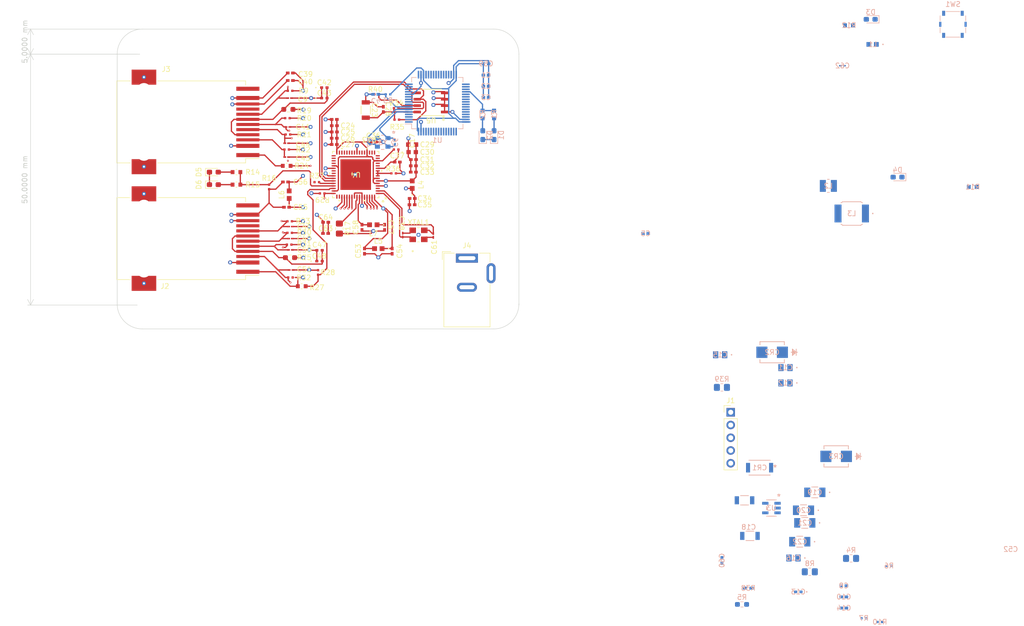
<source format=kicad_pcb>
(kicad_pcb (version 20221018) (generator pcbnew)
  (layers (0 "F.Cu" signal) (1 "In1.Cu" power "GND") (2 "In2.Cu" signal) (31 "B.Cu" signal) (34 "B.Paste" user) (35 "F.Paste" user) (36 "B.SilkS" user "B.Silkscreen") (37 "F.SilkS" user "F.Silkscreen") (38 "B.Mask" user) (39 "F.Mask" user) (44 "Edge.Cuts" user))
  (net 0 "")
  (net 1 "GND")
  (net 2 "+3.3V")
  (net 3 "RESET")
  (net 4 "Net-(U1-PF0)")
  (net 5 "Net-(U1-PF1)")
  (net 6 "Net-(J3-RD-)")
  (net 7 "+5V")
  (net 8 "Net-(U2-VIN)")
  (net 9 "VDDIO")
  (net 10 "VDDCR")
  (net 11 "VDD12TX")
  (net 12 "Net-(U4-FXLOSEN)")
  (net 13 "+3V3A")
  (net 14 "Net-(J3-RD+)")
  (net 15 "Net-(J3-RCT)")
  (net 16 "Net-(J3-TD-)")
  (net 17 "Net-(J3-TD+)")
  (net 18 "Net-(J2-RD-)")
  (net 19 "Net-(J2-RCT)")
  (net 20 "Net-(J2-RD+)")
  (net 21 "Net-(J2-TD-)")
  (net 22 "Net-(J2-TD+)")
  (net 23 "+3V3B")
  (net 24 "Net-(U4-RST#)")
  (net 25 "Net-(U4-OSCO)")
  (net 26 "Net-(U3-SW)")
  (net 27 "Net-(U2-CS)")
  (net 28 "Net-(D1-A)")
  (net 29 "Net-(D2-A)")
  (net 30 "Net-(D3-A)")
  (net 31 "Net-(D4-A)")
  (net 32 "Net-(D5-A)")
  (net 33 "Net-(D6-A)")
  (net 34 "Net-(J1-Pin_1)")
  (net 35 "Net-(J1-Pin_2)")
  (net 36 "/UART1_TX")
  (net 37 "/UART1_RX")
  (net 38 "Net-(J2-Pad1)")
  (net 39 "Net-(J3-Pad1)")
  (net 40 "Net-(U1-PB15)")
  (net 41 "Net-(U2-RT)")
  (net 42 "Net-(U3-EN)")
  (net 43 "Net-(U3-FB)")
  (net 44 "Net-(U4-RUNLED{slash}E2PSIZE)")
  (net 45 "Net-(U4-RBIAS)")
  (net 46 "Net-(U4-LINKACTLED0{slash}TDO{slash}CHIP_MODE0)")
  (net 47 "Net-(U4-LINKACTLED1{slash}TDI{slash}CHIP_MODE1)")
  (net 48 "TMS")
  (net 49 "TCK")
  (net 50 "IRQ")
  (net 51 "BOOT")
  (net 52 "Net-(U5-*WC)")
  (net 71 "LAN_SYNC1")
  (net 77 "LAN_SYNC0")
  (net 99 "MISO")
  (net 102 "MOSI")
  (net 103 "SCK")
  (net 120 "CS")
  (net 121 "Net-(C60-Pad1)")
  (net 124 "Net-(U1-VDDA)")
  (net 125 "Net-(U2-SS)")
  (net 126 "Net-(U2-SW)")
  (net 127 "Net-(U2-BST)")
  (net 128 "Net-(U4-OSCI)")
  (net 129 "Net-(U4-VDD33BIAS)")
  (net 130 "Net-(U2-FB)")
  (footprint "IND_BLM18_0603_MUR':IND_BLM18_0603_MUR" (layer "F.Cu") (at 73.25 53 90)
    (fp_text reference "L6")
    (fp_text value "BLM18PG330SN1D")
  )
  (footprint "Panasonic 470Ohm:RC0603N_PAN" (layer "F.Cu") (at 75.75 71.25)
    (fp_text reference "R27")
    (fp_text value "470")
  )
  (footprint "GRM155R71H104KE14J:CAP_GRM155R71H104KE14J_MUR" (layer "F.Cu") (at 80.4993 60.7192 180)
    (fp_text reference "C63")
    (fp_text value "0.1uF")
  )
  (footprint "Panasonic 4.75kOhm:RC0402N_PAN-L" (layer "F.Cu") (at 79.827398 52.75 180)
    (fp_text reference "R29")
    (fp_text value "4.75k")
  )
  (footprint "Murata 15pF:G-033_MUR" (layer "F.Cu") (at 73.5 61.75 180)
    (fp_text reference "C49")
    (fp_text value "15pF")
  )
  (footprint "Panasonic 4.75kOhm:RC0402N_PAN-L" (layer "F.Cu") (at 94.548801 35.75)
    (fp_text reference "R34")
    (fp_text value "4.75k")
  )
  (footprint "GRM155R71H104KE14J:CAP_GRM155R71H104KE14J_MUR" (layer "F.Cu") (at 82.25 39.25)
    (fp_text reference "C24")
    (fp_text value "0.1uF")
  )
  (footprint "GRM155R71H104KE14J:CAP_GRM155R71H104KE14J_MUR" (layer "F.Cu") (at 82.2293 41.75)
    (fp_text reference "C26")
    (fp_text value "0.1uF")
  )
  (footprint "IND_BLM18_0603_MUR':IND_BLM18_0603_MUR" (layer "F.Cu") (at 90 59 180)
    (fp_text reference "L7")
    (fp_text value "BLM18PG330SN1D")
  )
  (footprint "GRM155R71H104KE14J:CAP_GRM155R71H104KE14J_MUR" (layer "F.Cu") (at 92 36 -90)
    (fp_text reference "C28")
    (fp_text value "0.1uF")
  )
  (footprint "Panasonic 4.75kOhm:RC0402N_PAN-L" (layer "F.Cu") (at 94.6742 38.0508)
    (fp_text reference "R35")
    (fp_text value "4.75k")
  )
  (footprint "Murata 22nF:G-155_MUR" (layer "F.Cu") (at 80.25 33.75)
    (fp_text reference "C43")
    (fp_text value "22nF")
  )
  (footprint "SO8N_4X5X1P27_STM:SO8N_4X5X1P27_STM" (layer "F.Cu") (at 101.471348 34.615 180)
    (fp_text reference "U5")
    (fp_text value "M24C16-WMN6P")
  )
  (footprint "Murata 22nF:G-155_MUR" (layer "F.Cu") (at 79.2933 66.25)
    (fp_text reference "C48")
    (fp_text value "22nF")
  )
  (footprint "GRM155R71H104KE14J:CAP_GRM155R71H104KE14J_MUR" (layer "F.Cu") (at 97.9793 47.25175)
    (fp_text reference "C32")
    (fp_text value "0.1uF")
  )
  (footprint "Connector_BarrelJack:BarrelJack_Wuerth_6941xx301002" (layer "F.Cu") (at 108.65 65.65)
    (fp_text reference "J4")
    (fp_text value "Barrel_Jack")
  )
  (footprint "Panasonic 4.75kOhm:RC0402N_PAN-L" (layer "F.Cu") (at 94.051199 48.75)
    (fp_text reference "R36")
    (fp_text value "4.75k")
  )
  (footprint "GRM155R71H104KE14J:CAP_GRM155R71H104KE14J_MUR" (layer "F.Cu") (at 92.25 59.5 90)
    (fp_text reference "C57")
    (fp_text value "0.1uF")
  )
  (footprint "Panasonic 4.75kOhm:RC0402N_PAN-L" (layer "F.Cu") (at 69.25 51.451199 -90)
    (fp_text reference "R16")
    (fp_text value "4.75k")
  )
  (footprint "Panasonic 10kOhm:RC0402N_PAN-L" (layer "F.Cu") (at 73.248801 62.95 180)
    (fp_text reference "R31")
    (fp_text value "49.9")
  )
  (footprint "Panasonic 4.75kOhm:RC0402N_PAN-L" (layer "F.Cu") (at 94.548801 44)
    (fp_text reference "R13")
    (fp_text value "4.75k")
  )
  (footprint "Resistor_SMD:R_0603_1608Metric_Pad0.98x0.95mm_HandSolder" (layer "F.Cu") (at 73.0875 36 180)
    (fp_text reference "R19")
    (fp_text value "10")
  )
  (footprint "GRM155R71H104KE14J:CAP_GRM155R71H104KE14J_MUR" (layer "F.Cu") (at 82.2293 38)
    (fp_text reference "C17")
    (fp_text value "0.1uF" hide)
  )
  (footprint "Murata 15pF:G-033_MUR" (layer "F.Cu") (at 73.5 59.3516 180)
    (fp_text reference "C46")
    (fp_text value "15pF")
  )
  (footprint "ECS 25Mhz 18pF:ECX-32_SMDXTAL_ECS" (layer "F.Cu") (at 99 61 90)
    (fp_text reference "XTAL1")
    (fp_text value "25Mhz")
  )
  (footprint "QFN64_ML_MCH:QFN64_ML_MCH" (layer "F.Cu") (at 86.5 49 180)
    (fp_text reference "U4")
    (fp_text value "LAN9252/ML")
  )
  (footprint "GRM155R71H104KE14J:CAP_GRM155R71H104KE14J_MUR" (layer "F.Cu") (at 90 42.5 180)
    (fp_text reference "C36")
    (fp_text value "0.1uF")
  )
  (footprint "Murata 15pF:G-033_MUR" (layer "F.Cu") (at 72.75 42.75 180)
    (fp_text reference "C44")
    (fp_text value "15pF")
  )
  (footprint "GRM155R71H104KE14J:CAP_GRM155R71H104KE14J_MUR" (layer "F.Cu") (at 93.75 64.25 90)
    (fp_text reference "C54")
    (fp_text value "0.1uF")
  )
  (footprint "Panasonic 470Ohm:RC0603N_PAN" (layer "F.Cu") (at 62.75 48.5 180)
    (fp_text reference "R14")
    (fp_text value "470")
  )
  (footprint "Panasonic 4.75kOhm:RC0402N_PAN-L" (layer "F.Cu") (at 90.663652 33 180)
    (fp_text reference "R40")
    (fp_text value "4.75k")
  )
  (footprint "Connector_PinHeader_2.54mm:PinHeader_1x05_P2.54mm_Vertical" (layer "F.Cu") (at 161.172199 96.365)
    (fp_text reference "J1")
    (fp_text value "Conn_01x05" hide)
  )
  (footprint "GRM155R71H104KE14J:CAP_GRM155R71H104KE14J_MUR" (layer "F.Cu") (at 88.25 64.25 90)
    (fp_text reference "C53")
    (fp_text value "0.1uF")
  )
  (footprint "Murata 15pF:G-033_MUR" (layer "F.Cu") (at 73.631 68 180)
    (fp_text reference "C51")
    (fp_text value "15pF")
  )
  (footprint "GRM155R71H104KE14J:CAP_GRM155R71H104KE14J_MUR" (layer "F.Cu") (at 80.5207 58.5 180)
    (fp_text reference "C64")
    (fp_text value "0.1uF")
  )
  (footprint "LED_SMD:LED_0603_1608Metric_Pad1.05x0.95mm_HandSolder" (layer "F.Cu") (at 58.25 51)
    (fp_text reference "D6")
    (fp_text value "Green")
  )
  (footprint "Panasonic 4.75kOhm:RC0402N_PAN-L" (layer "F.Cu") (at 78.75 50.5)
    (fp_text reference "R37")
    (fp_text value "4.75k")
  )
  (footprint "Murata 1uF:CAP_GRT188R61H105KE13D_MUR" (layer "F.Cu") (at 97.73965 43.0121)
    (fp_text reference "C29")
    (fp_text value "1uF")
  )
  (footprint "Panasonic 10kOhm:RC0402N_PAN-L" (layer "F.Cu") (at 73.5 69.5 180)
    (fp_text reference "R32")
    (fp_text value "49.9")
  )
  (footprint "Panasonic 49.9Ohm:RC0402N_PAN-L" (layer "F.Cu") (at 73.4242 32.3008 180)
    (fp_text reference "R9")
    (fp_text value "49.9")
  )
  (footprint "GRM155R71H104KE14J:CAP_GRM155R71H104KE14J_MUR" (layer "F.Cu") (at 72.5207 50.4692)
    (fp_text reference "C56")
    (fp_text value "0.1uF")
  )
  (footprint "GRM155R71H104KE14J:CAP_GRM155R71H104KE14J_MUR" (layer "F.Cu") (at 97.71895 55.0121)
    (fp_text reference "C35")
    (fp_text value "0.1uF")
  )
  (footprint "Panasonic 4.75kOhm:RC0402N_PAN-L" (layer "F.Cu") (at 79 68.5 90)
    (fp_text reference "R28")
    (fp_text value "4.75k")
  )
  (footprint "Panasonic 470Ohm:RC0603N_PAN" (layer "F.Cu") (at 62.75 51 180)
    (fp_text reference "R15")
    (fp_text value "470")
  )
  (footprint "Murata 15pF:G-033_MUR" (layer "F.Cu") (at 95.8516 61.0508 -90)
    (fp_text reference "C38")
    (fp_text value "18pF")
  )
  (footprint "Panasonic 10kOhm:RC0402N_PAN-L" (layer "F.Cu") (at 72.902398 37.75 180)
    (fp_text reference "R20")
    (fp_text value "49.9")
  )
  (footprint "IND_BLM18_0603_MUR':IND_BLM18_0603_MUR" (layer "F.Cu") (at 97.75 51.00175 90)
    (fp_text reference "L4")
    (fp_text value "BLM18PG330SN1D")
  )
  (footprint "IND_BLM18_0603_MUR':IND_BLM18_0603_MUR" (layer "F.Cu") (at 90.9965 63.75 180)
    (fp_text reference "L5")
    (fp_text value "BLM18PG330SN1D")
  )
  (footprint "Panasonic 10kOhm:RC0402N_PAN-L" (layer "F.Cu") (at 73 41 180)
    (fp_text reference "R21")
    (fp_text value "49.9")
  )
  (footprint "GRM155R71H104KE14J:CAP_GRM155R71H104KE14J_MUR" (layer "F.Cu") (at 98 46.00175)
    (fp_text reference "C31")
    (fp_text value "0.1uF")
  )
  (footprint "Connector_RJ:RJ45_Wuerth_74980111211_Horizontal" (layer "F.Cu") (at 51.75 61.75 180)
    (fp_text reference "J2")
    (fp_text value "RJ45_Wuerth_74980111211")
  )
  (footprint "GRM155R71H104KE14J:CAP_GRM155R71H104KE14J_MUR" (layer "F.Cu") (at 97.75 53.75175)
    (fp_text reference "C34")
    (fp_text value "0.1uF")
  )
  (footprint "GRM155R71H104KE14J:CAP_GRM155R71H104KE14J_MUR" (layer "F.Cu") (at 82.2293 43)
    (fp_text reference "C27")
    (fp_text value "0.1uF")
  )
  (footprint "Resistor_SMD:R_0805_2012Metric_Pad1.20x1.40mm_HandSolder" (layer "F.Cu") (at 83.25 59.75 -90)
    (fp_text reference "R17")
    (fp_text value "12k1")
  )
  (footprint "Murata 22nF:G-155_MUR" (layer "F.Cu") (at 80.25 31.6564)
    (fp_text reference "C42")
    (fp_text value "22nF")
  )
  (footprint "Murata 15pF:G-033_MUR" (layer "F.Cu") (at 73 39.5 180)
    (fp_text reference "C41")
    (fp_text value "15pF")
  )
  (footprint "Panasonic 10kOhm:RC0402N_PAN-L" (layer "F.Cu") (at 72.75 44 180)
    (fp_text reference "R22")
    (fp_text value "49.9")
  )
  (footprint "Panasonic 10kOhm:RC0402N_PAN-L" (layer "F.Cu") (at 73.348801 60.6 180)
    (fp_text reference "R30")
    (fp_text value "49.9")
  )
  (footprint "GRM155R71H104KE14J:CAP_GRM155R71H104KE14J_MUR" (layer "F.Cu") (at 97.9793 48.50175)
    (fp_text reference "C33")
    (fp_text value "0.1uF")
  )
  (footprint "GRM155R71H104KE14J:CAP_GRM155R71H104KE14J_MUR" (layer "F.Cu") (at 94.7707 46.5 180)
    (fp_text reference "C37")
    (fp_text value "0.1uF")
  )
  (footprint "Panasonic 470Ohm:RC0603N_PAN" (layer "F.Cu") (at 72.75 47.25)
    (fp_text reference "R24")
    (fp_text value "470")
  )
  (footprint "Connector_RJ:RJ45_Wuerth_74980111211_Horizontal" (layer "F.Cu") (at 51.75 38.5 180)
    (fp_text reference "J3")
    (fp_text value "RJ45_Wuerth_74980111211")
  )
  (footprint "GRM155R71H104KE14J:CAP_GRM155R71H104KE14J_MUR" (layer "F.Cu") (at 87.75 59.5 90)
    (fp_text reference "C58")
    (fp_text value "0.1uF")
  )
  (footprint "GRM155R71H104KE14J:CAP_GRM155R71H104KE14J_MUR" (layer "F.Cu") (at 73.4793 30.25)
    (fp_text reference "C40")
    (fp_text value "0.1uF")
  )
  (footprint "Murata 15pF:G-033_MUR" (layer "F.Cu") (at 101.9532 61.119 90)
    (fp_text reference "C61")
    (fp_text value "18pF")
  )
  (footprint "Murata 22nF:G-155_MUR" (layer "F.Cu") (at 79.2933 64.0816)
    (fp_text reference "C47")
    (fp_text value "22nF")
  )
  (footprint "GRM155R71H104KE14J:CAP_GRM155R71H104KE14J_MUR" (layer "F.Cu") (at 72.7293 55.5)
    (fp_text reference "C55")
    (fp_text value "0.1uF")
  )
  (footprint "LED_SMD:LED_0603_1608Metric_Pad1.05x0.95mm_HandSolder" (layer "F.Cu") (at 58.25 48.5)
    (fp_text reference "D5")
    (fp_text value "Green")
  )
  (footprint "Samsung 2.2uF:CAP_CL31_SAM" (layer "F.Cu") (at 88.5 36.129999 -90)
    (fp_text reference "C23")
    (fp_text value "2.2uF")
  )
  (footprint "Murata 15pF:G-033_MUR" (layer "F.Cu") (at 72.75 45.5 180)
    (fp_text reference "C45")
    (fp_text value "15pF")
  )
  (footprint "Murata 220pF:G-188_MUR" (layer "F.Cu") (at 97.75 44.5121)
    (fp_text reference "C30")
    (fp_text value "220pF")
  )
  (footprint "GRM155R71H104KE14J:CAP_GRM155R71H104KE14J_MUR" (layer "F.Cu") (at 82.25 40.5)
    (fp_text reference "C25")
    (fp_text value "0.1uF")
  )
  (footprint "Murata 15pF:G-033_MUR" (layer "F.Cu") (at 73.5 64 180)
    (fp_text reference "C50")
    (fp_text value "15pF")
  )
  (footprint "Panasonic 10kOhm:RC0402N_PAN-L" (layer "F.Cu") (at 73.348801 58.3 180)
    (fp_text reference "R23")
    (fp_text value "49.9")
  )
  (footprint "GRM155R71H104KE14J:CAP_GRM155R71H104KE14J_MUR" (layer "F.Cu") (at 73.4793 28.75)
    (fp_text reference "C39")
    (fp_text value "0.1uF")
  )
  (footprint "Resistor_SMD:R_0603_1608Metric_Pad0.98x0.95mm_HandSolder" (layer "F.Cu") (at 73.4125 65.55 180)
    (fp_text reference "R25")
    (fp_text value "10")
  )
  (footprint "Murata 15pF:G-033_MUR" (layer "F.Cu") (at 73.332199 33.75 180)
    (fp_text reference "C9")
    (fp_text value "15pF")
  )
  (footprint "Resistor_SMD:R_0603_1608Metric_Pad0.98x0.95mm_HandSolder" (layer "B.Cu") (at 163.422199 134.655 180)
    (fp_text reference "R5")
    (fp_text value "0.05")
  )
  (footprint "GRM155R71H104KE14J:CAP_GRM155R71H104KE14J_MUR" (layer "B.Cu") (at 183.692899 133.155 180)
    (fp_text reference "C10")
    (fp_text value "0.1uF")
  )
  (footprint "Murata 22nF:G-155_MUR" (layer "B.Cu") (at 174.628899 132.155 180)
    (fp_text reference "C13")
    (fp_text value "22nF")
  )
  (footprint "Bourns 2.2uH:IND_SRN2512_BRN" (layer "B.Cu") (at 180.6185 51.25 180)
    (fp_text reference "L2")
    (fp_text value "2.2uH")
  )
  (footprint "Package_QFP:LQFP-64_10x10mm_P0.5mm" (layer "B.Cu") (at 102.75 34.75)
    (fp_text reference "U1")
    (fp_text value "STM32F303RETx")
  )
  (footprint "Taiyo 10uF:CAP_UMK316BBJ106ML-T_TAY" (layer "B.Cu") (at 175.672199 115.8915 180)
    (fp_text reference "C20")
    (fp_text value "10uF")
  )
  (footprint "LED_SMD:LED_0603_1608Metric_Pad1.05x0.95mm_HandSolder" (layer "B.Cu") (at 111.8 41.13475 90)
    (fp_text reference "D2")
    (fp_text value "LED")
  )
  (footprint "LED_SMD:LED_0603_1608Metric_Pad1.05x0.95mm_HandSolder" (layer "B.Cu") (at 194.3945 49.5 180)
    (fp_text reference "D4")
    (fp_text value "Green")
  )
  (footprint "Panasonic 470Ohm:RC0603N_PAN" (layer "B.Cu") (at 184.722201 19.25 180)
    (fp_text reference "R12")
    (fp_text value "470")
  )
  (footprint "Panasonic 10kOhm:RC0402N_PAN-L" (layer "B.Cu") (at 190.873398 138.155 180)
    (fp_text reference "R10")
    (fp_text value "10k")
  )
  (footprint "Vishay 10uH:IND_IDC-2512_VIS" (layer "B.Cu") (at 185.2695 56.75 180)
    (fp_text reference "L3")
    (fp_text value "10uH")
  )
  (footprint "GRM155R71H104KE14J:CAP_GRM155R71H104KE14J_MUR" (layer "B.Cu") (at 144.2293 60.7192 180)
    (fp_text reference "C5")
    (fp_text value "0.1uF")
  )
  (footprint "Murata 4.7uf:CAP_GRM21_2p15X1p4X1p4_MUR" (layer "B.Cu") (at 159.071099 84.905 180)
    (fp_text reference "C15")
    (fp_text value "4.7uF")
  )
  (footprint "Resistor_SMD:R_0805_2012Metric_Pad1.20x1.40mm_HandSolder" (layer "B.Cu") (at 159.422199 91.405 180)
    (fp_text reference "R39")
    (fp_text value "1.5k")
  )
  (footprint "Panasonic 45k3Ohm:RC0402N_PAN-M" (layer "B.Cu") (at 164.672199 131.405 180)
    (fp_text reference "R38")
    (fp_text value "45k3")
  )
  (footprint "Panasonic 10kOhm:RC0402N_PAN-L" (layer "B.Cu") (at 192.6892 126.955799 180)
    (fp_text reference "R6")
    (fp_text value "10k")
  )
  (footprint "Resistor_SMD:R_0805_2012Metric_Pad1.20x1.40mm_HandSolder" (layer "B.Cu") (at 185.139399 125.4884 180)
    (fp_text reference "R4")
    (fp_text value "110K")
  )
  (footprint "GRM155R71H104KE14J:CAP_GRM155R71H104KE14J_MUR" (layer "B.Cu") (at 112.4419 33.6096 180)
    (fp_text reference "C3")
    (fp_text value "0.1uF")
  )
  (footprint "Murata 15pF:G-033_MUR" (layer "B.Cu") (at 183.425 27.3 180)
    (fp_text reference "C62")
    (fp_text value "15pF")
  )
  (footprint "Panasonic 470Ohm:RC0603N_PAN" (layer "B.Cu") (at 209.363468 51.446949 180)
    (fp_text reference "R11")
    (fp_text value "470")
  )
  (footprint "GRM155R71H104KE14J:CAP_GRM155R71H104KE14J_MUR" (layer "B.Cu") (at 112.4419 31.3904 180)
    (fp_text reference "C2")
    (fp_text value "0.1uF")
  )
  (footprint "Murata 4.7uf:CAP_GRM21_2p15X1p4X1p4_MUR" (layer "B.Cu") (at 172.076416 87.458699 180)
    (fp_text reference "C11")
    (fp_text value "4.7uF")
  )
  (footprint "Samsung 2.2uF:CAP_CL31_SAM" (layer "B.Cu") (at 165 121 180)
    (fp_text reference "C18")
    (fp_text value "2.2uF")
  )
  (footprint "Button_Switch_SMD:SW_SPST_Panasonic_EVQPL_3PL_5PL_PT_A15" (layer "B.Cu") (at 205.425 19.05 180)
    (fp_text reference "SW1")
    (fp_text value "SW_Push_Open_Dual")
  )
  (footprint "Panasonic 470Ohm:RC0603N_PAN" (layer "B.Cu") (at 111.75 37.012451 -90)
    (fp_text reference "R2")
    (fp_text value "470")
  )
  (footprint "Murata 4.7uf:CAP_GRM21_2p15X1p4X1p4_MUR" (layer "B.Cu") (at 173.672199 125.405 180)
    (fp_text reference "C16")
    (fp_text value "4.7uF")
  )
  (footprint "Taiyo 10uF:CAP_UMK316BBJ106ML-T_TAY" (layer "B.Cu") (at 177.922199 112.3261 180)
    (fp_text reference "C19")
    (fp_text value "10uF")
  )
  (footprint "Panasonic 470Ohm:RC0603N_PAN" (layer "B.Cu") (at 114.05 37.012451 -90)
    (fp_text reference "R1")
    (fp_text value "470")
  )
  (footprint "Abracon 12Mhz 18pF:CRYSTAL_ABM8G_ABR" (layer "B.Cu") (at 91.870901 42.575 180)
    (fp_text reference "Y3")
    (fp_text value "12Mhz")
  )
  (footprint "Murata 15pF:G-033_MUR" (layer "B.Cu") (at 94.324101 42.575 90)
    (fp_text reference "C6")
    (fp_text value "18pF")
  )
  (footprint "GRM155R71H104KE14J:CAP_GRM155R71H104KE14J_MUR" (layer "B.Cu") (at 183.692899 130.9358 180)
    (fp_text reference "C8")
    (fp_text value "0.1uF")
  )
  (footprint "SMB_STM:SMB_STM" (layer "B.Cu") (at 169.422199 84.405 180)
    (fp_text reference "CR2")
    (fp_text value "STTH4R02U")
  )
  (footprint "GRM155R71H104KE14J:CAP_GRM155R71H104KE14J_MUR" (layer "B.Cu") (at 159.422199 125.905 -90)
    (fp_text reference "C60")
    (fp_text value "0.1uF")
  )
  (footprint "SDO_CFP5_SOD128_NEX:SDO_CFP5_SOD128_NEX" (layer "B.Cu") (at 166.922199 107.405 180)
    (fp_text reference "CR1")
    (fp_text value "PMEG3050EP_115")
  )
  (footprint "Taiyo 10uF:CAP_UMK316BBJ106ML-T_TAY" (layer "B.Cu") (at 175.922199 118.405 180)
    (fp_text reference "C21")
    (fp_text value "10uF")
  )
  (footprint "Panasonic 10kOhm:RC0402N_PAN-L" (layer "B.Cu") (at 187.672199 137.405 180)
    (fp_text reference "R7")
    (fp_text value "10k")
  )
  (footprint "GRM155R71H104KE14J:CAP_GRM155R71H104KE14J_MUR" (layer "B.Cu") (at 90.4793 33)
    (fp_text reference "C4")
    (fp_text value "0.1uF")
  )
  (footprint "GRM155R71H104KE14J:CAP_GRM155R71H104KE14J_MUR" (layer "B.Cu") (at 112.4419 26.8904 180)
    (fp_text reference "C59")
    (fp_text value "0.1uF")
  )
  (footprint "LED_SMD:LED_0603_1608Metric_Pad1.05x0.95mm_HandSolder" (layer "B.Cu") (at 114.05 41.13475 90)
    (fp_text reference "D1")
    (fp_text value "LED")
  )
  (footprint "Samsung 2.2uF:CAP_CL31_SAM" (layer "B.Cu") (at 163.922199 113.905 180)
    (fp_text reference "C52")
    (fp_text value "2.2uF")
  )
  (footprint "SMB_STM:SMB_STM" (layer "B.Cu") (at 182.172199 105.155 180)
    (fp_text reference "CR3")
    (fp_text value "STTH4R02U")
  )
  (footprint "LED_SMD:LED_0603_1608Metric_Pad1.05x0.95mm_HandSolder" (layer "B.Cu") (at 189.05 18.05 180)
    (fp_text reference "D3")
    (fp_text value "Green")
  )
  (footprint "Panasonic 4.75kOhm:RC0402N_PAN-L" (layer "B.Cu") (at 92.930499 33 180)
    (fp_text reference "R3")
    (fp_text value "4.75k")
  )
  (footprint "MF05A:MF05A" (layer "B.Cu") (at 169.2808 115.4525 180)
    (fp_text reference "U3")
    (fp_text value "LMR10510XMFE/NOPB")
  )
  (footprint "GRM155R71H104KE14J:CAP_GRM155R71H104KE14J_MUR" (layer "B.Cu") (at 112.4419 29.1712 180)
    (fp_text reference "C1")
    (fp_text value "0.1uF")
  )
  (footprint "Murata 4.7uf:CAP_GRM21_2p15X1p4X1p4_MUR" (layer "B.Cu") (at 172.076416 90.516099 180)
    (fp_text reference "C12")
    (fp_text value "4.7uF")
  )
  (footprint "Murata 15pF:G-033_MUR" (layer "B.Cu") (at 89.370901 42.575 -90)
    (fp_text reference "C7")
    (fp_text value "18pF")
  )
  (footprint "GRM155R71H104KE14J:CAP_GRM155R71H104KE14J_MUR" (layer "B.Cu") (at 183.692899 135.3742 180)
    (fp_text reference "C14")
    (fp_text value "0.1uF")
  )
  (footprint "Taiyo 10uF:CAP_UMK316BBJ106ML-T_TAY" (layer "B.Cu") (at 174.922199 122.155 180)
    (fp_text reference "C22")
    (fp_text value "10uF")
  )
  (footprint "IND_BLM18_0603_MUR':IND_BLM18_0603_MUR" (layer "B.Cu") (at 189.4285 23.05 180)
    (fp_text reference "L1")
    (fp_text value "BLM18PG330SN1D")
  )
  (footprint "Resistor_SMD:R_0805_2012Metric_Pad1.20x1.40mm_HandSolder" (layer "B.Cu") (at 176.922199 128.155 180)
    (fp_text reference "R8")
    (fp_text value "100K")
  )
  (gr_arc (start 39 25) (mid 40.464466 21.464466) (end 44 20) (stroke (width 0.1)) (layer "Edge.Cuts"))
  (gr_line (start 119 75) (end 119 25) (stroke (width 0.1)) (layer "Edge.Cuts"))
  (gr_arc (start 44 79.75) (mid 40.464466 78.285534) (end 39 74.75) (stroke (width 0.1)) (layer "Edge.Cuts"))
  (gr_arc (start 114 20) (mid 117.535534 21.464466) (end 119 25) (stroke (width 0.1)) (layer "Edge.Cuts"))
  (gr_line (start 114 79.75) (end 44 79.75) (stroke (width 0.1)) (layer "Edge.Cuts"))
  (gr_line (start 44 20) (end 114 20) (stroke (width 0.1)) (layer "Edge.Cuts"))
  (gr_line (start 39 74.75) (end 39 25) (stroke (width 0.1)) (layer "Edge.Cuts"))
  (gr_arc (start 119 74.75) (mid 117.535534 78.285534) (end 114 79.75) (stroke (width 0.1)) (layer "Edge.Cuts"))
  (dimension (type aligned) (layer "Edge.Cuts") (pts (xy 44 20) (xy 44 25)) (height 22.25) (gr_text "5,0000 mm" (at 20.6 22.5 90) (layer "Edge.Cuts") (effects (font (size 1 1) (thickness 0.15)))) (format (prefix "") (suffix "") (units 3) (units_format 1) (precision 4)) (style (thickness 0.1) (arrow_length 1.27) (text_position_mode 0) (extension_height 0.58642) (extension_offset 0.5) keep_text_aligned))
  (dimension (type aligned) (layer "Edge.Cuts") (pts (xy 43.5 25) (xy 43.5 75)) (height 21.749999) (gr_text "50,0000 mm" (at 20.600001 50 90) (layer "Edge.Cuts") (effects (font (size 1 1) (thickness 0.15)))) (format (prefix "") (suffix "") (units 3) (units_format 1) (precision 4)) (style (thickness 0.1) (arrow_length 1.27) (text_position_mode 0) (extension_height 0.58642) (extension_offset 0.5) keep_text_aligned))
  (segment (start 90 60.25) (end 87.9793 60.25) (width 0.25) (layer "F.Cu") (net 1))
  (segment (start 97.4586 48.50175) (end 97.4586 46.02245) (width 0.25) (layer "F.Cu") (net 1))
  (segment (start 70.566802 51.902398) (end 72 50.4692) (width 0.25) (layer "F.Cu") (net 1))
  (segment (start 70.105 55.5) (end 69.25 54.645) (width 0.25) (layer "F.Cu") (net 1))
  (segment (start 77.25 59.3516) (end 73.881 59.3516) (width 0.25) (layer "F.Cu") (net 1))
  (segment (start 73.381 39.5) (end 77.5 39.5) (width 0.25) (layer "F.Cu") (net 1))
  (segment (start 81.7293 40.5) (end 80.5 40.5) (width 0.25) (layer "F.Cu") (net 1))
  (segment (start 101.9532 61.5) (end 100.550001 61.5) (width 0.25) (layer "F.Cu") (net 1))
  (segment (start 87.9793 60.25) (end 87.75 60.0207) (width 0.25) (layer "F.Cu") (net 1))
  (segment (start 89.5 60.75) (end 90 60.25) (width 0.25) (layer "F.Cu") (net 1))
  (segment (start 77.619 33.75) (end 79.7067 33.75) (width 0.25) (layer "F.Cu") (net 1))
  (segment (start 92 35.4793) (end 90.8215 35.4793) (width 0.25) (layer "F.Cu") (net 1))
  (segment (start 97.4586 46.02245) (end 97.4793 46.00175) (width 0.25) (layer "F.Cu") (net 1))
  (segment (start 61.77 56.98) (end 65.02 56.98) (width 0.25) (layer "F.Cu") (net 1))
  (segment (start 61.935 33.75) (end 61.955 33.73) (width 0.25) (layer "F.Cu") (net 1))
  (segment (start 61.955 33.73) (end 65.02 33.73) (width 0.25) (layer "F.Cu") (net 1))
  (segment (start 77.3316 64.0816) (end 77.25 64) (width 0.25) (layer "F.Cu") (net 1))
  (segment (start 104.192696 35) (end 102.086348 35) (width 0.25) (layer "F.Cu") (net 1))
  (segment (start 61.75 58.25) (end 61.82 58.18) (width 0.25) (layer "F.Cu") (net 1))
  (segment (start 89.944398 34.602198) (end 88.5 34.602198) (width 0.25) (layer "F.Cu") (net 1))
  (segment (start 102.086348 35) (end 101.971348 35.115) (width 0.25) (layer "F.Cu") (net 1))
  (segment (start 104.157696 33.765) (end 104.192696 33.73) (width 0.25) (layer "F.Cu") (net 1))
  (segment (start 69.25 54.645) (end 66.915 56.98) (width 0.25) (layer "F.Cu") (net 1))
  (segment (start 77.727398 52.75) (end 79.376199 52.75) (width 0.25) (layer "F.Cu") (net 1))
  (segment (start 61.52 66.52) (end 65.02 66.52) (width 0.25) (layer "F.Cu") (net 1))
  (segment (start 88.5 33.163652) (end 88.663652 33) (width 0.25) (layer "F.Cu") (net 1))
  (segment (start 88.5 34.602198) (end 88.5 33.163652) (width 0.25) (layer "F.Cu") (net 1))
  (segment (start 97.2006 42.75175) (end 97 42.95235) (width 0.25) (layer "F.Cu") (net 1))
  (segment (start 100.550001 61.5) (end 100.15 61.900001) (width 0.25) (layer "F.Cu") (net 1))
  (segment (start 72.2086 55.5) (end 70.105 55.5) (width 0.25) (layer "F.Cu") (net 1))
  (segment (start 96.98965 42.9874) (end 96.96495 43.0121) (width 0.25) (layer "F.Cu") (net 1))
  (segment (start 90.5207 42.5) (end 92 42.5) (width 0.25) (layer "F.Cu") (net 1))
  (segment (start 88.663652 33) (end 90.212453 33) (width 0.25) (layer "F.Cu") (net 1))
  (segment (start 72.9586 28.75) (end 67.9786 33.73) (width 0.25) (layer "F.Cu") (net 1))
  (segment (start 79.7067 33.75) (end 79.7067 31.7441) (width 0.25) (layer "F.Cu") (net 1))
  (segment (start 95.8516 60.6698) (end 97.280199 60.6698) (width 0.25) (layer "F.Cu") (net 1))
  (segment (start 102.021348 33.765) (end 104.157696 33.765) (width 0.25) (layer "F.Cu") (net 1))
  (segment (start 81 49.25) (end 82.1082 49.25) (width 0.25) (layer "F.Cu") (net 1))
  (segment (start 81.7086 43) (end 81.7086 38) (width 0.25) (layer "F.Cu") (net 1))
  (segment (start 66.915 56.98) (end 65.02 56.98) (width 0.25) (layer "F.Cu") (net 1))
  (segment (start 61.82 58.18) (end 65.02 58.18) (width 0.25) (layer "F.Cu") (net 1))
  (segment (start 69.25 51.902398) (end 70.566802 51.902398) (width 0.25) (layer "F.Cu") (net 1))
  (segment (start 90.2707 64.7707) (end 88.25 64.7707) (width 0.25) (layer "F.Cu") (net 1))
  (segment (start 61.75 57) (end 61.77 56.98) (width 0.25) (layer "F.Cu") (net 1))
  (segment (start 95.2914 48.040201) (end 95.2914 46.5) (width 0.25) (layer "F.Cu") (net 1))
  (segment (start 97.4793 46.00175) (end 96.96495 45.4874) (width 0.25) (layer "F.Cu") (net 1))
  (segment (start 83.25 60.75) (end 89.5 60.75) (width 0.25) (layer "F.Cu") (net 1))
  (segment (start 104.212696 36.5) (end 104.192696 36.52) (width 0.25) (layer "F.Cu") (net 1))
  (segment (start 73.881 64) (end 77.25 64) (width 0.25) (layer "F.Cu") (net 1))
  (segment (start 80.5 48.75) (end 81 49.25) (width 0.25) (layer "F.Cu") (net 1))
  (segment (start 57.375 51) (end 57.375 48.5) (width 0.25) (layer "F.Cu") (net 1))
  (segment (start 61.705 43.27) (end 65.02 43.27) (width 0.25) (layer "F.Cu") (net 1))
  (segment (start 96.98965 41.7621) (end 96.98965 42.9874) (width 0.25) (layer "F.Cu") (net 1))
  (segment (start 78.75 66.25) (end 78.75 64.0816) (width 0.25) (layer "F.Cu") (net 1))
  (segment (start 73.881 61.75) (end 77.25 61.75) (width 0.25) (layer "F.Cu") (net 1))
  (segment (start 96.001199 48.75) (end 94.502398 48.75) (width 0.25) (layer "F.Cu") (net 1))
  (segment (start 73.131 42.75) (end 77.5 42.75) (width 0.25) (layer "F.Cu") (net 1))
  (segment (start 97.19825 53.7828) (end 97.2293 53.75175) (width 0.25) (layer "F.Cu") (net 1))
  (segment (start 92.5 51.25) (end 90.8918 51.250001) (width 0.25) (layer "F.Cu") (net 1))
  (segment (start 81.7086 43) (end 80.5 43) (width 0.25) (layer "F.Cu") (net 1))
  (segment (start 92.0207 60.25) (end 92.25 60.0207) (width 0.25) (layer "F.Cu") (net 1))
  (segment (start 96.96495 45.4874) (end 96.96495 43.0121) (width 0.25) (layer "F.Cu") (net 1))
  (segment (start 91.7293 64.7707) (end 93.75 64.7707) (width 0.25) (layer "F.Cu") (net 1))
  (segment (start 61.935 35) (end 62.005 34.93) (width 0.25) (layer "F.Cu") (net 1))
  (segment (start 105.75 36.5) (end 104.212696 36.5) (width 0.25) (layer "F.Cu") (net 1))
  (segment (start 90.8215 35.4793) (end 89.944398 34.602198) (width 0.25) (layer "F.Cu") (net 1))
  (segment (start 77.298801 68.048801) (end 77.25 68) (width 0.25) (layer "F.Cu") (net 1))
  (segment (start 79 68.048801) (end 77.298801 68.048801) (width 0.25) (layer "F.Cu") (net 1))
  (segment (start 68.2786 34.93) (end 65.02 34.93) (width 0.25) (layer "F.Cu") (net 1))
  (segment (start 73.131 45.5) (end 77.5 45.5) (width 0.25) (layer "F.Cu") (net 1))
  (segment (start 72.9586 30.25) (end 68.2786 34.93) (width 0.25) (layer "F.Cu") (net 1))
  (segment (start 78.75 64.0816) (end 77.3316 64.0816) (width 0.25) (layer "F.Cu") (net 1))
  (segment (start 67.9786 33.73) (end 65.02 33.73) (width 0.25) (layer "F.Cu") (net 1))
  (segment (start 80.9993 58.3022) (end 81.0207 58.2808) (width 0.25) (layer "F.Cu") (net 1))
  (segment (start 97.280199 60.6698) (end 97.85 60.099999) (width 0.25) (layer "F.Cu") (net 1))
  (segment (start 91 65.5) (end 90.2707 64.7707) (width 0.25) (layer "F.Cu") (net 1))
  (segment (start 97.19825 55.0121) (end 97.19825 53.7828) (width 0.25) (layer "F.Cu") (net 1))
  (segment (start 81.7086 38) (end 80.5 38) (width 0.25) (layer "F.Cu") (net 1))
  (segment (start 69.25 51.902398) (end 69.25 54.645) (width 0.25) (layer "F.Cu") (net 1))
  (segment (start 102.126348 32.46) (end 101.971348 32.615) (width 0.25) (layer "F.Cu") (net 1))
  (segment (start 96.001199 48.75) (end 95.2914 48.040201) (width 0.25) (layer "F.Cu") (net 1))
  (segment (start 97.19825 56.2207) (end 97.23965 56.2621) (width 0.25) (layer "F.Cu") (net 1))
  (segment (start 73.713199 33.75) (end 77.619 33.75) (width 0.25) (layer "F.Cu") (net 1))
  (segment (start 74.012 68) (end 77.25 68) (width 0.25) (layer "F.Cu") (net 1))
  (segment (start 90 60.25) (end 92.0207 60.25) (width 0.25) (layer "F.Cu") (net 1))
  (segment (start 62.005 34.93) (end 65.02 34.93) (width 0.25) (layer "F.Cu") (net 1))
  (segment (start 61.5 66.5) (end 61.52 66.52) (width 0.25) (layer "F.Cu") (net 1))
  (segment (start 104.192696 32.46) (end 104.192696 36.27) (width 0.25) (layer "F.Cu") (net 1))
  (segment (start 91 65.5) (end 91.7293 64.7707) (width 0.25) (layer "F.Cu") (net 1))
  (segment (start 81.0414 58.5) (end 81.0414 60.6978) (width 0.25) (layer "F.Cu") (net 1))
  (segment (start 77.677398 52.7) (end 77.727398 52.75) (width 0.25) (layer "F.Cu") (net 1))
  (segment (start 97.19825 55.0121) (end 97.19825 56.2207) (width 0.25) (layer "F.Cu") (net 1))
  (segment (start 61.685 43.25) (end 61.705 43.27) (width 0.25) (layer "F.Cu") (net 1))
  (segment (start 104.192696 32.46) (end 102.126348 32.46) (width 0.25) (layer "F.Cu") (net 1))
  (via (at 61.935 35) (size 0.8) (drill 0.4) (layers "F.Cu" "B.Cu") (net 1))
  (via (at 77.5 39.5) (size 0.8) (drill 0.4) (layers "F.Cu" "B.Cu") (net 1))
  (via (at 61.935 33.75) (size 0.8) (drill 0.4) (layers "F.Cu" "B.Cu") (net 1))
  (via (at 61.75 58.25) (size 0.8) (drill 0.4) (layers "F.Cu" "B.Cu") (net 1))
  (via (at 101.971348 35.115) (size 0.8) (drill 0.4) (layers "F.Cu" "B.Cu") (net 1))
  (via (at 92.5 51.25) (size 0.8) (drill 0.4) (layers "F.Cu" "B.Cu") (net 1))
  (via (at 91 65.5) (size 0.8) (drill 0.4) (layers "F.Cu" "B.Cu") (net 1))
  (via (at 44.33 29.58) (size 0.8) (drill 0.4) (layers "F.Cu" "B.Cu") (net 1))
  (via (at 92 42.5) (size 0.8) (drill 0.4) (layers "F.Cu" "B.Cu") (net 1))
  (via (at 77.677398 52.7) (size 0.8) (drill 0.4) (layers "F.Cu" "B.Cu") (net 1))
  (via (at 77.25 64) (size 0.8) (drill 0.4) (layers "F.Cu" "B.Cu") (net 1))
  (via (at 61.5 66.5) (size 0.8) (drill 0.4) (layers "F.Cu" "B.Cu") (net 1))
  (via (at 44.33 70.67) (size 0.8) (drill 0.4) (layers "F.Cu" "B.Cu") (net 1))
  (via (at 99.5 30.75) (size 0.8) (drill 0.4) (layers "F.Cu" "B.Cu") (net 1))
  (via (at 96.98965 41.7621) (size 0.8) (drill 0.4) (layers "F.Cu" "B.Cu") (net 1))
  (via (at 80.5 40.5) (size 0.8) (drill 0.4) (layers "F.Cu" "B.Cu") (net 1))
  (via (at 44.33 52.83) (size 0.8) (drill 0.4) (layers "F.Cu" "B.Cu") (net 1))
  (via (at 99.5 38.5) (size 0.8) (drill 0.4) (layers "F.Cu" "B.Cu") (net 1))
  (via (at 77.5 42.75) (size 0.8) (drill 0.4) (layers "F.Cu" "B.Cu") (net 1))
  (via (at 99 61) (size 0.8) (drill 0.4) (layers "F.Cu" "B.Cu") (net 1))
  (via (at 80.5 38) (size 0.8) (drill 0.4) (layers "F.Cu" "B.Cu") (net 1))
  (via (at 105.75 36.5) (size 0.8) (drill 0.4) (layers "F.Cu" "B.Cu") (net 1))
  (via (at 77.25 59.3516) (size 0.8) (drill 0.4) (layers "F.Cu" "B.Cu") (net 1))
  (via (at 77.25 68) (size 0.8) (drill 0.4) (layers "F.Cu" "B.Cu") (net 1))
  (via (at 88.663652 33) (size 0.8) (drill 0.4) (layers "F.Cu" "B.Cu") (net 1))
  (via (at 86.413589 48.981553) (size 0.8) (drill 0.4) (layers "F.Cu" "B.Cu") (net 1))
  (via (at 105 30.75) (size 0.8) (drill 0.4) (layers "F.Cu" "B.Cu") (net 1))
  (via (at 77.5 45.5) (size 0.8) (drill 0.4) (layers "F.Cu" "B.Cu") (net 1))
  (via (at 80.5 43) (size 0.8) (drill 0.4) (layers "F.Cu" "B.Cu") (net 1))
  (via (at 80.5 48.75) (size 0.8) (drill 0.4) (layers "F.Cu" "B.Cu") (net 1))
  (via (at 77.619 33.75) (size 0.8) (drill 0.4) (layers "F.Cu" "B.Cu") (net 1))
  (via (at 90 60.25) (size 0.8) (drill 0.4) (layers "F.Cu" "B.Cu") (net 1))
  (via (at 97.23965 56.2621) (size 0.8) (drill 0.4) (layers "F.Cu" "B.Cu") (net 1))
  (via (at 96.001199 48.75) (size 0.8) (drill 0.4) (layers "F.Cu" "B.Cu") (net 1))
  (via (at 101.971348 32.615) (size 0.8) (drill 0.4) (layers "F.Cu" "B.Cu") (net 1))
  (via (at 77.25 61.75) (size 0.8) (drill 0.4) (layers "F.Cu" "B.Cu") (net 1))
  (via (at 61.75 57) (size 0.8) (drill 0.4) (layers "F.Cu" "B.Cu") (net 1))
  (via (at 44.33 47.42) (size 0.8) (drill 0.4) (layers "F.Cu" "B.Cu") (net 1))
  (via (at 61.685 43.25) (size 0.8) (drill 0.4) (layers "F.Cu" "B.Cu") (net 1))
  (via (at 102.021348 33.765) (size 0.8) (drill 0.4) (layers "F.Cu" "B.Cu") (net 1))
  (segment (start 106 27.25) (end 106 29.075) (width 0.25) (layer "B.Cu") (net 1))
  (segment (start 90.3478 42.194) (end 90.816801 41.724999) (width 0.25) (layer "B.Cu") (net 1))
  (segment (start 106 29.075) (end 106 29.915685) (width 0.25) (layer "B.Cu") (net 1))
  (segment (start 91 65.5) (end 91 65.295901) (width 0.25) (layer "B.Cu") (net 1))
  (segment (start 107.25 38) (end 105.75 36.5) (width 0.25) (layer "B.Cu") (net 1))
  (segment (start 105.165685 30.75) (end 105 30.75) (width 0.25) (layer "B.Cu") (net 1))
  (segment (start 97.075 33) (end 97.915685 33) (width 0.25) (layer "B.Cu") (net 1))
  (segment (start 90.816801 41.724999) (end 91.224999 41.724999) (width 0.25) (layer "B.Cu") (net 1))
  (segment (start 99.5 29.075) (end 99.5 30.75) (width 0.25) (layer "B.Cu") (net 1))
  (segment (start 108.425 38) (end 107.25 38) (width 0.25) (layer "B.Cu") (net 1))
  (segment (start 112.8876 26.286) (end 106.964 26.286) (width 0.25) (layer "B.Cu") (net 1))
  (segment (start 99.5 31.415685) (end 99.5 30.75) (width 0.25) (layer "B.Cu") (net 1))
  (segment (start 106.964 26.286) (end 106 27.25) (width 0.25) (layer "B.Cu") (net 1))
  (segment (start 88.663652 33) (end 89.9586 33) (width 0.25) (layer "B.Cu") (net 1))
  (segment (start 91.224999 41.724999) (end 92 42.5) (width 0.25) (layer "B.Cu") (net 1))
  (segment (start 112.9626 26.361) (end 112.8876 26.286) (width 0.25) (layer "B.Cu") (net 1))
  (segment (start 106 29.915685) (end 105.165685 30.75) (width 0.25) (layer "B.Cu") (net 1))
  (segment (start 92.925001 43.425001) (end 92 42.5) (width 0.25) (layer "B.Cu") (net 1))
  (segment (start 99.5 40.425) (end 99.5 38.5) (width 0.25) (layer "B.Cu") (net 1))
  (segment (start 112.9626 26.8904) (end 112.9626 33.6096) (width 0.25) (layer "B.Cu") (net 1))
  (segment (start 93.8551 43.425001) (end 94.324101 42.956) (width 0.25) (layer "B.Cu") (net 1))
  (segment (start 97.915685 33) (end 99.5 31.415685) (width 0.25) (layer "B.Cu") (net 1))
  (segment (start 112.9626 26.8904) (end 112.9626 26.361) (width 0.25) (layer "B.Cu") (net 1))
  (segment (start 92.925001 43.425001) (end 93.8551 43.425001) (width 0.25) (layer "B.Cu") (net 1))
  (segment (start 111.8 42.00975) (end 114.05 42.00975) (width 0.25) (layer "B.Cu") (net 1))
  (segment (start 89.370901 42.194) (end 90.3478 42.194) (width 0.25) (layer "B.Cu") (net 1))
  (segment (start 101.671043 31.89) (end 104.885305 31.89) (width 0.25) (layer "B.Cu") (net 2))
  (segment (start 106.5 30.275305) (end 106.5 29.075) (width 0.25) (layer "B.Cu") (net 2))
  (segment (start 104.885305 31.89) (end 105.012653 31.762653) (width 0.25) (layer "B.Cu") (net 2))
  (segment (start 105.999695 37.775) (end 106.388604 37.775) (width 0.25) (layer "B.Cu") (net 2))
  (segment (start 106.5 27.5) (end 106.5 29.075) (width 0.25) (layer "B.Cu") (net 2))
  (segment (start 98.775 38.199695) (end 99.199695 37.775) (width 0.25) (layer "B.Cu") (net 2))
  (segment (start 107.113604 38.5) (end 108.425 38.5) (width 0.25) (layer "B.Cu") (net 2))
  (segment (start 98.631698 27.75) (end 99.515685 27.75) (width 0.25) (layer "B.Cu") (net 2))
  (segment (start 93.381698 33) (end 98.631698 27.75) (width 0.25) (layer "B.Cu") (net 2))
  (segment (start 106.388604 37.775) (end 107.113604 38.5) (width 0.25) (layer "B.Cu") (net 2))
  (segment (start 100 29.075) (end 100 30.218957) (width 0.25) (layer "B.Cu") (net 2))
  (segment (start 98.775 40.2) (end 98.775 38.199695) (width 0.25) (layer "B.Cu") (net 2))
  (segment (start 105.012653 31.762653) (end 105.012653 36.787958) (width 0.25) (layer "B.Cu") (net 2))
  (segment (start 99 40.425) (end 98.775 40.2) (width 0.25) (layer "B.Cu") (net 2))
  (segment (start 111.9212 33.6096) (end 111.9212 26.8904) (width 0.25) (layer "B.Cu") (net 2))
  (segment (start 111.9212 26.8904) (end 107.1096 26.8904) (width 0.25) (layer "B.Cu") (net 2))
  (segment (start 100 28.234315) (end 100 29.075) (width 0.25) (layer "B.Cu") (net 2))
  (segment (start 105.012653 31.762653) (end 106.5 30.275305) (width 0.25) (layer "B.Cu") (net 2))
  (segment (start 100 30.218957) (end 101.671043 31.89) (width 0.25) (layer "B.Cu") (net 2))
  (segment (start 99.515685 27.75) (end 100 28.234315) (width 0.25) (layer "B.Cu") (net 2))
  (segment (start 107.1096 26.8904) (end 106.5 27.5) (width 0.25) (layer "B.Cu") (net 2))
  (segment (start 99.199695 37.775) (end 106.388604 37.775) (width 0.25) (layer "B.Cu") (net 2))
  (segment (start 105.012653 36.787958) (end 105.999695 37.775) (width 0.25) (layer "B.Cu") (net 2))
  (segment (start 109.265685 38.5) (end 108.425 38.5) (width 0.25) (layer "B.Cu") (net 2))
  (segment (start 92.4793 33.474599) (end 94.504701 35.5) (width 0.25) (layer "B.Cu") (net 3))
  (segment (start 94.504701 35.5) (end 97.075 35.5) (width 0.25) (layer "B.Cu") (net 3))
  (segment (start 92.4793 33) (end 91.0207 33) (width 0.25) (layer "B.Cu") (net 3))
  (segment (start 92.4793 33) (end 92.4793 33.474599) (width 0.25) (layer "B.Cu") (net 3))
  (segment (start 91.318198 39.818198) (end 94.636396 36.5) (width 0.25) (layer "B.Cu") (net 4))
  (segment (start 93.8551 41.724999) (end 94.324101 42.194) (width 0.25) (layer "B.Cu") (net 4))
  (segment (start 94.636396 36.5) (end 97.075 36.5) (width 0.25) (layer "B.Cu") (net 4))
  (segment (start 92.925001 41.724999) (end 93.8551 41.724999) (width 0.25) (layer "B.Cu") (net 4))
  (segment (start 92.836101 41.724999) (end 91.318198 40.207096) (width 0.25) (layer "B.Cu") (net 4))
  (segment (start 92.925001 41.724999) (end 92.836101 41.724999) (width 0.25) (layer "B.Cu") (net 4))
  (segment (start 91.318198 40.207096) (end 91.318198 39.818198) (width 0.25) (layer "B.Cu") (net 4))
  (segment (start 94.5 36) (end 97.075 36) (width 0.25) (layer "B.Cu") (net 5))
  (segment (start 89.370901 42.956) (end 89.206 42.956) (width 0.25) (layer "B.Cu") (net 5))
  (segment (start 88.893501 42.643501) (end 88.893501 41.606499) (width 0.25) (layer "B.Cu") (net 5))
  (segment (start 89.206 42.956) (end 88.893501 42.643501) (width 0.25) (layer "B.Cu") (net 5))
  (segment (start 90.3478 42.956) (end 90.816801 43.425001) (width 0.25) (layer "B.Cu") (net 5))
  (segment (start 89.370901 42.956) (end 90.3478 42.956) (width 0.25) (layer "B.Cu") (net 5))
  (segment (start 88.893501 41.606499) (end 94.5 36) (width 0.25) (layer "B.Cu") (net 5))
  (segment (start 72.4492 32.3008) (end 72.973001 32.3008) (width 0.25) (layer "F.Cu") (net 6))
  (segment (start 71 33.75) (end 70.75 34) (width 0.25) (layer "F.Cu") (net 6))
  (segment (start 72.973001 31.526999) (end 73 31.5) (width 0.25) (layer "F.Cu") (net 6))
  (segment (start 72.951199 33.75) (end 71 33.75) (width 0.25) (layer "F.Cu") (net 6))
  (segment (start 71.25 33.5) (end 70.75 34) (width 0.25) (layer "F.Cu") (net 6))
  (segment (start 71.75 33) (end 72.4492 32.3008) (width 0.25) (layer "F.Cu") (net 6))
  (segment (start 67.78 36.97) (end 65.02 36.97) (width 0.25) (layer "F.Cu") (net 6))
  (segment (start 70.75 34) (end 67.78 36.97) (width 0.25) (layer "F.Cu") (net 6))
  (segment (start 72.973001 32.3008) (end 72.973001 31.526999) (width 0.25) (layer "F.Cu") (net 6))
  (segment (start 71.75 33) (end 71.25 33.5) (width 0.25) (layer "F.Cu") (net 6))
  (segment (start 85.25 55.5) (end 85.25 53.3918) (width 0.25) (layer "F.Cu") (net 6))
  (segment (start 85 55.75) (end 85.25 55.5) (width 0.25) (layer "F.Cu") (net 6))
  (via blind (at 85 55.75) (size 0.4) (drill 0.2) (layers "F.Cu" "In2.Cu") (net 6))
  (via blind (at 73 31.5) (size 0.4) (drill 0.2) (layers "F.Cu" "In2.Cu") (net 6))
  (segment (start 87.5 42.5) (end 88.750001 43.750001) (width 0.25) (layer "F.Cu") (net 9))
  (segment (start 82.650001 47.250001) (end 82.1082 47.250001) (width 0.25) (layer "F.Cu") (net 9))
  (segment (start 90.25 46.25) (end 90.8918 46.25) (width 0.25) (layer "F.Cu") (net 9))
  (segment (start 89.9 45.939598) (end 89.9 45.65) (width 0.25) (layer "F.Cu") (net 9))
  (segment (start 83.304 45.45) (end 89.7 45.45) (width 0.25) (layer "F.Cu") (net 9))
  (segment (start 94.097602 35.75) (end 94.097602 36.423098) (width 0.25) (layer "F.Cu") (net 9))
  (segment (start 92 36.5207) (end 94 36.5207) (width 0.25) (layer "F.Cu") (net 9))
  (segment (start 89 45.45) (end 88.750001 45.200001) (width 0.25) (layer "F.Cu") (net 9))
  (segment (start 96.836348 36.52) (end 96.066348 36.52) (width 0.25) (layer "F.Cu") (net 9))
  (segment (start 92.2293 59) (end 92.25 58.9793) (width 0.25) (layer "F.Cu") (net 9))
  (segment (start 90 50.15) (end 90 50) (width 0.25) (layer "F.Cu") (net 9))
  (segment (start 82.1082 52.250001) (end 82.789598 52.250001) (width 0.25) (layer "F.Cu") (net 9))
  (segment (start 90.8918 50.749999) (end 90.250001 50.749999) (width 0.25) (layer "F.Cu") (net 9))
  (segment (start 87.25 42.5) (end 89.4793 42.5) (width 0.25) (layer "F.Cu") (net 9))
  (segment (start 87.25 42.5) (end 87.5 42.5) (width 0.25) (layer "F.Cu") (net 9))
  (segment (start 91.847602 46.25) (end 94.097602 44) (width 0.25) (layer "F.Cu") (net 9))
  (segment (start 90.249999 49.750001) (end 90.8918 49.750001) (width 0.25) (layer "F.Cu") (net 9))
  (segment (start 84.1768 42.5) (end 87.25 42.5) (width 0.25) (layer "F.Cu") (net 9))
  (segment (start 96.836348 36.52) (end 96.816348 36.5) (width 0.25) (layer "F.Cu") (net 9))
  (segment (start 88.5 37.6578) (end 90.8629 37.6578) (width 0.25) (layer "F.Cu") (net 9))
  (segment (start 94.223001 36.548497) (end 94.223001 38.0508) (width 0.25) (layer "F.Cu") (net 9))
  (segment (start 88.73 37.8878) (end 88.5 37.6578) (width 0.25) (layer "F.Cu") (net 9))
  (segment (start 83.05 47.65) (end 82.650001 47.250001) (width 0.25) (layer "F.Cu") (net 9))
  (segment (start 90.210402 46.25) (end 89.9 45.939598) (width 0.25) (layer "F.Cu") (net 9))
  (segment (start 90 46.5) (end 90.25 46.25) (width 0.25) (layer "F.Cu") (net 9))
  (segment (start 83.05 51.989599) (end 83.05 47.65) (width 0.25) (layer "F.Cu") (net 9))
  (segment (start 94.097602 36.423098) (end 94.223001 36.548497) (width 0.25) (layer "F.Cu") (net 9))
  (segment (start 96.816348 36.5) (end 94.5 36.5) (width 0.25) (layer "F.Cu") (net 9))
  (segment (start 94 36.5207) (end 94.4793 36.5207) (width 0.25) (layer "F.Cu") (net 9))
  (segment (start 98.75 36.52) (end 96.836348 36.52) (width 0.25) (layer "F.Cu") (net 9))
  (segment (start 82.75 44.6082) (end 82.75 43.9268) (width 0.25) (layer "F.Cu") (net 9))
  (segment (start 90.7465 59) (end 92.2293 59) (width 0.25) (layer "F.Cu") (net 9))
  (segment (start 90.8918 46.25) (end 90.210402 46.25) (width 0.25) (layer "F.Cu") (net 9))
  (segment (start 94.097602 36.423098) (end 94 36.5207) (width 0.25) (layer "F.Cu") (net 9))
  (segment (start 89.7 45.45) (end 89 45.45) (width 0.25) (layer "F.Cu") (net 9))
  (segment (start 94.4793 36.5207) (end 94.5 36.5) (width 0.25) (layer "F.Cu") (net 9))
  (segment (start 90.8629 37.6578) (end 92 36.5207) (width 0.25) (layer "F.Cu") (net 9))
  (segment (start 90 50.15) (end 90 46.5) (width 0.25) (layer "F.Cu") (net 9))
  (segment (start 94.5 36.5) (end 94.336348 36.5) (width 0.25) (layer "F.Cu") (net 9))
  (segment (start 88.750001 45.200001) (end 88.750001 44.6082) (width 0.25) (layer "F.Cu") (net 9))
  (segment (start 83.05 47.65) (end 83.05 45.704) (width 0.25) (layer "F.Cu") (net 9))
  (segment (start 89.9 45.65) (end 89.7 45.45) (width 0.25) (layer "F.Cu") (net 9))
  (segment (start 82.789598 52.250001) (end 83.05 51.989599) (width 0.25) (layer "F.Cu") (net 9))
  (segment (start 90 50.499998) (end 90 50.15) (width 0.25) (layer "F.Cu") (net 9))
  (segment (start 82.75 38) (end 82.75 44.6082) (width 0.25) (layer "F.Cu") (net 9))
  (segment (start 83.05 45.704) (end 83.304 45.45) (width 0.25) (layer "F.Cu") (net 9))
  (segment (start 90.250001 50.749999) (end 90 50.499998) (width 0.25) (layer "F.Cu") (net 9))
  (segment (start 82.75 43.9268) (end 84.1768 42.5) (width 0.25) (layer "F.Cu") (net 9))
  (segment (start 90 50) (end 90.249999 49.750001) (width 0.25) (layer "F.Cu") (net 9))
  (segment (start 88.750001 43.750001) (end 88.750001 44.6082) (width 0.25) (layer "F.Cu") (net 9))
  (segment (start 90.8918 46.25) (end 91.847602 46.25) (width 0.25) (layer "F.Cu") (net 9))
  (segment (start 86.75 44.6082) (end 86.75 43.25) (width 0.25) (layer "F.Cu") (net 10))
  (segment (start 90.8918 50.25) (end 92.5 50.25) (width 0.25) (layer "F.Cu") (net 10))
  (segment (start 98.51435 43.0121) (end 98.51435 49.4909) (width 0.25) (layer "F.Cu") (net 10))
  (segment (start 97.75 50.25525) (end 92.50525 50.25525) (width 0.25) (layer "F.Cu") (net 10))
  (segment (start 92.50525 50.25525) (end 92.5 50.25) (width 0.25) (layer "F.Cu") (net 10))
  (segment (start 80.5 47.75) (end 82.1082 47.75) (width 0.25) (layer "F.Cu") (net 10))
  (segment (start 98.51435 49.4909) (end 97.75 50.25525) (width 0.25) (layer "F.Cu") (net 10))
  (via (at 80.5 47.75) (size 0.8) (drill 0.4) (layers "F.Cu" "B.Cu") (net 10))
  (via (at 92.5 50.25) (size 0.8) (drill 0.4) (layers "F.Cu" "B.Cu") (net 10))
  (via (at 86.75 43.25) (size 0.8) (drill 0.4) (layers "F.Cu" "B.Cu") (net 10))
  (segment (start 97.75 51.74825) (end 96.50175 51.74825) (width 0.25) (layer "F.Cu") (net 11))
  (segment (start 86.25 52.75) (end 86.25 53.3918) (width 0.25) (layer "F.Cu") (net 11))
  (segment (start 86.337199 52.662801) (end 86.25 52.75) (width 0.25) (layer "F.Cu") (net 11))
  (segment (start 87.702401 52.662801) (end 87.75 52.7104) (width 0.25) (layer "F.Cu") (net 11))
  (segment (start 86.337199 52.662801) (end 87.702401 52.662801) (width 0.25) (layer "F.Cu") (net 11))
  (segment (start 98.23965 53.2414) (end 98.23965 55.0121) (width 0.25) (layer "F.Cu") (net 11))
  (segment (start 87.75 53.3918) (end 87.75 52.7104) (width 0.25) (layer "F.Cu") (net 11))
  (segment (start 87.755983 55.227621) (end 87.75 55.221638) (width 0.25) (layer "F.Cu") (net 11))
  (segment (start 87.75 55.221638) (end 87.75 53.3918) (width 0.25) (layer "F.Cu") (net 11))
  (segment (start 97.75 52.75175) (end 98.23965 53.2414) (width 0.25) (layer "F.Cu") (net 11))
  (segment (start 97.75 51.74825) (end 97.75 52.75175) (width 0.25) (layer "F.Cu") (net 11))
  (segment (start 96.50175 51.74825) (end 96.5 51.75) (width 0.25) (layer "F.Cu") (net 11))
  (via (at 87.755983 55.227621) (size 0.8) (drill 0.4) (layers "F.Cu" "B.Cu") (net 11))
  (via (at 96.5 51.75) (size 0.8) (drill 0.4) (layers "F.Cu" "B.Cu") (net 11))
  (segment (start 93.6 48.75) (end 90.8918 48.75) (width 0.25) (layer "F.Cu") (net 12))
  (segment (start 90.8918 49.25) (end 90.8918 48.249999) (width 0.25) (layer "F.Cu") (net 12))
  (segment (start 76 30.25) (end 76 31.25) (width 0.25) (layer "F.Cu") (net 13))
  (segment (start 73.201199 44) (end 76 44) (width 0.25) (layer "F.Cu") (net 13))
  (segment (start 74 36) (end 76.023801 36) (width 0.25) (layer "F.Cu") (net 13))
  (segment (start 74.5 28.75) (end 76 30.25) (width 0.25) (layer "F.Cu") (net 13))
  (segment (start 76.023801 36) (end 76.073801 36.05) (width 0.25) (layer "F.Cu") (net 13))
  (segment (start 82.5 55.75) (end 83.75 54.5) (width 0.25) (layer "F.Cu") (net 13))
  (segment (start 75.9747 32.3008) (end 76 32.2755) (width 0.25) (layer "F.Cu") (net 13))
  (segment (start 73.353597 37.75) (end 76 37.75) (width 0.25) (layer "F.Cu") (net 13))
  (segment (start 75 30.25) (end 76 31.25) (width 0.25) (layer "F.Cu") (net 13))
  (segment (start 75.95 44.45) (end 76 44.4) (width 0.25) (layer "F.Cu") (net 13))
  (segment (start 73.25 55.5) (end 76 55.5) (width 0.25) (layer "F.Cu") (net 13))
  (segment (start 74 28.75) (end 74.5 28.75) (width 0.25) (layer "F.Cu") (net 13))
  (segment (start 73.25 50.6778) (end 73.0414 50.4692) (width 0.25) (layer "F.Cu") (net 13))
  (segment (start 76 31.25) (end 76 32.2755) (width 0.25) (layer "F.Cu") (net 13))
  (segment (start 73.25 52.2535) (end 73.25 50.6778) (width 0.25) (layer "F.Cu") (net 13))
  (segment (start 76 44.4) (end 76 44) (width 0.25) (layer "F.Cu") (net 13))
  (segment (start 73.0414 50.4692) (end 74.7808 50.4692) (width 0.25) (layer "F.Cu") (net 13))
  (segment (start 73.25 55.5) (end 73.25 53.7465) (width 0.25) (layer "F.Cu") (net 13))
  (segment (start 73.875399 32.3008) (end 75.9747 32.3008) (width 0.25) (layer "F.Cu") (net 13))
  (segment (start 76 41) (end 73.451199 41) (width 0.25) (layer "F.Cu") (net 13))
  (segment (start 74.7808 50.4692) (end 76 49.25) (width 0.25) (layer "F.Cu") (net 13))
  (segment (start 74 30.25) (end 75 30.25) (width 0.25) (layer "F.Cu") (net 13))
  (segment (start 83.75 54.5) (end 83.75 53.3918) (width 0.25) (layer "F.Cu") (net 13))
  (via (at 76 44) (size 0.8) (drill 0.4) (layers "F.Cu" "B.Cu") (net 13))
  (via (at 76 32.2755) (size 0.8) (drill 0.4) (layers "F.Cu" "B.Cu") (net 13))
  (via (at 76.073801 36.05) (size 0.8) (drill 0.4) (layers "F.Cu" "B.Cu") (net 13))
  (via (at 82.5 55.75) (size 0.8) (drill 0.4) (layers "F.Cu" "B.Cu") (net 13))
  (via (at 76 37.75) (size 0.8) (drill 0.4) (layers "F.Cu" "B.Cu") (net 13))
  (via (at 76 41) (size 0.8) (drill 0.4) (layers "F.Cu" "B.Cu") (net 13))
  (via (at 76 55.5) (size 0.8) (drill 0.4) (layers "F.Cu" "B.Cu") (net 13))
  (via (at 76 49.25) (size 0.8) (drill 0.4) (layers "F.Cu" "B.Cu") (net 13))
  (segment (start 85.749999 55.749999) (end 85.749999 53.3918) (width 0.25) (layer "F.Cu") (net 14))
  (segment (start 72.181199 39.5) (end 71.691199 39.01) (width 0.25) (layer "F.Cu") (net 14))
  (segment (start 71.76 37.75) (end 70.5 39.01) (width 0.25) (layer "F.Cu") (net 14))
  (segment (start 70.5 39.01) (end 65.02 39.01) (width 0.25) (layer "F.Cu") (net 14))
  (segment (start 72.9666 40.25) (end 73.25 40.25) (width 0.25) (layer "F.Cu") (net 14))
  (segment (start 71.691199 39.01) (end 70.5 39.01) (width 0.25) (layer "F.Cu") (net 14))
  (segment (start 72.619 39.9024) (end 72.9666 40.25) (width 0.25) (layer "F.Cu") (net 14))
  (segment (start 72.619 39.5) (end 72.181199 39.5) (width 0.25) (layer "F.Cu") (net 14))
  (segment (start 72.451199 37.75) (end 71.76 37.75) (width 0.25) (layer "F.Cu") (net 14))
  (segment (start 85.75 55.75) (end 85.749999 55.749999) (width 0.25) (layer "F.Cu") (net 14))
  (segment (start 72.619 39.5) (end 72.619 39.9024) (width 0.25) (layer "F.Cu") (net 14))
  (via blind (at 73.25 40.25) (size 0.4) (drill 0.2) (layers "F.Cu" "In2.Cu") (net 14))
  (via blind (at 85.75 55.75) (size 0.4) (drill 0.2) (layers "F.Cu" "In2.Cu") (net 14))
  (segment (start 72.175 36) (end 72 36) (width 0.25) (layer "F.Cu") (net 15))
  (segment (start 73.425 34.75) (end 80.2973 34.75) (width 0.25) (layer "F.Cu") (net 15))
  (segment (start 80.7933 31.6564) (end 80.7933 34.254) (width 0.25) (layer "F.Cu") (net 15))
  (segment (start 70.01 37.99) (end 65.02 37.99) (width 0.25) (layer "F.Cu") (net 15))
  (segment (start 65.02 41.05) (end 62.47 41.05) (width 0.25) (layer "F.Cu") (net 15))
  (segment (start 72.175 36) (end 73.425 34.75) (width 0.25) (layer "F.Cu") (net 15))
  (segment (start 62.26 37.99) (end 65.02 37.99) (width 0.25) (layer "F.Cu") (net 15))
  (segment (start 61.75 40.33) (end 61.75 38.5) (width 0.25) (layer "F.Cu") (net 15))
  (segment (start 61.75 38.5) (end 62.26 37.99) (width 0.25) (layer "F.Cu") (net 15))
  (segment (start 72 36) (end 70.01 37.99) (width 0.25) (layer "F.Cu") (net 15))
  (segment (start 80.2973 34.75) (end 80.7933 34.254) (width 0.25) (layer "F.Cu") (net 15))
  (segment (start 62.47 41.05) (end 61.75 40.33) (width 0.25) (layer "F.Cu") (net 15))
  (segment (start 72.548801 41) (end 72.369 41.179801) (width 0.25) (layer "F.Cu") (net 16))
  (segment (start 72.369 41.75) (end 72.369 42.75) (width 0.25) (layer "F.Cu") (net 16))
  (segment (start 71.865 41) (end 70.895 40.03) (width 0.25) (layer "F.Cu") (net 16))
  (segment (start 83.5 55.75) (end 84.249999 55.000001) (width 0.25) (layer "F.Cu") (net 16))
  (segment (start 72.369 41.75) (end 73.75 41.75) (width 0.25) (layer "F.Cu") (net 16))
  (segment (start 84.249999 55.000001) (end 84.249999 53.3918) (width 0.25) (layer "F.Cu") (net 16))
  (segment (start 70.895 40.03) (end 65.02 40.03) (width 0.25) (layer "F.Cu") (net 16))
  (segment (start 72.548801 41) (end 71.865 41) (width 0.25) (layer "F.Cu") (net 16))
  (segment (start 72.369 41.179801) (end 72.369 41.75) (width 0.25) (layer "F.Cu") (net 16))
  (via blind (at 73.75 41.75) (size 0.4) (drill 0.2) (layers "F.Cu" "In2.Cu") (net 16))
  (via blind (at 83.5 55.75) (size 0.4) (drill 0.2) (layers "F.Cu" "In2.Cu") (net 16))
  (segment (start 72.298801 45.429801) (end 72.369 45.5) (width 0.25) (layer "F.Cu") (net 17))
  (segment (start 84.25 55.75) (end 84.750001 55.249999) (width 0.25) (layer "F.Cu") (net 17))
  (segment (start 71.816199 44) (end 69.886199 42.07) (width 0.25) (layer "F.Cu") (net 17))
  (segment (start 69.886199 42.07) (end 65.02 42.07) (width 0.25) (layer "F.Cu") (net 17))
  (segment (start 84.750001 55.249999) (end 84.750001 53.3918) (width 0.25) (layer "F.Cu") (net 17))
  (segment (start 72.298801 44) (end 72.298801 45.429801) (width 0.25) (layer "F.Cu") (net 17))
  (segment (start 72.298801 44) (end 71.816199 44) (width 0.25) (layer "F.Cu") (net 17))
  (via blind (at 73 46.25) (size 0.4) (drill 0.2) (layers "F.Cu" "In2.Cu") (net 17))
  (via blind (at 84.25 55.75) (size 0.4) (drill 0.2) (layers "F.Cu" "In2.Cu") (net 17))
  (segment (start 72.897602 58.3) (end 71.973801 59.223801) (width 0.25) (layer "F.Cu") (net 18))
  (segment (start 70.977602 60.22) (end 65.02 60.22) (width 0.25) (layer "F.Cu") (net 18))
  (segment (start 71.598801 59.598801) (end 70.977602 60.22) (width 0.25) (layer "F.Cu") (net 18))
  (segment (start 89.5 55.309937) (end 89.5 55.75) (width 0.25) (layer "F.Cu") (net 18))
  (segment (start 71.846002 59.3516) (end 71.598801 59.598801) (width 0.25) (layer "F.Cu") (net 18))
  (segment (start 71.973801 59.223801) (end 71.598801 59.598801) (width 0.25) (layer "F.Cu") (net 18))
  (segment (start 88.750001 54.559938) (end 89.5 55.309937) (width 0.25) (layer "F.Cu") (net 18))
  (segment (start 72.897602 58.3) (end 71.8 58.3) (width 0.25) (layer "F.Cu") (net 18))
  (segment (start 88.750001 53.3918) (end 88.750001 54.559938) (width 0.25) (layer "F.Cu") (net 18))
  (segment (start 73.119 59.3516) (end 71.846002 59.3516) (width 0.25) (layer "F.Cu") (net 18))
  (segment (start 71.8 58.3) (end 71.75 58.25) (width 0.25) (layer "F.Cu") (net 18))
  (via blind (at 71.75 58.25) (size 0.4) (drill 0.2) (layers "F.Cu" "In2.Cu") (net 18))
  (via blind (at 89.5 55.75) (size 0.4) (drill 0.2) (layers "F.Cu" "In2.Cu") (net 18))
  (segment (start 79.8366 66.754) (end 79.7616 66.829) (width 0.25) (layer "F.Cu") (net 19))
  (segment (start 62.47 64.3) (end 61.95 63.78) (width 0.25) (layer "F.Cu") (net 19))
  (segment (start 61.95 61.76) (end 62.47 61.24) (width 0.25) (layer "F.Cu") (net 19))
  (segment (start 79.7616 66.829) (end 73.779 66.829) (width 0.25) (layer "F.Cu") (net 19))
  (segment (start 73.779 66.829) (end 72.5 65.55) (width 0.25) (layer "F.Cu") (net 19))
  (segment (start 79.8366 66.25) (end 79.8366 66.754) (width 0.25) (layer "F.Cu") (net 19))
  (segment (start 65.02 64.3) (end 62.47 64.3) (width 0.25) (layer "F.Cu") (net 19))
  (segment (start 71.2 65.55) (end 69.95 64.3) (width 0.25) (layer "F.Cu") (net 19))
  (segment (start 61.95 63.78) (end 61.95 61.76) (width 0.25) (layer "F.Cu") (net 19))
  (segment (start 62.47 61.24) (end 65.02 61.24) (width 0.25) (layer "F.Cu") (net 19))
  (segment (start 79.8366 64.0816) (end 79.8366 66.25) (width 0.25) (layer "F.Cu") (net 19))
  (segment (start 72.5 65.55) (end 71.2 65.55) (width 0.25) (layer "F.Cu") (net 19))
  (segment (start 69.95 64.3) (end 65.02 64.3) (width 0.25) (layer "F.Cu") (net 19))
  (segment (start 88.770203 55.216536) (end 88.770203 55.729797) (width 0.25) (layer "F.Cu") (net 20))
  (segment (start 73.119 61.75) (end 71.75 61.75) (width 0.25) (layer "F.Cu") (net 20))
  (segment (start 88.249999 53.3918) (end 88.249999 54.696332) (width 0.25) (layer "F.Cu") (net 20))
  (segment (start 71.75 61.75) (end 71.748801 61.748801) (width 0.25) (layer "F.Cu") (net 20))
  (segment (start 71.748801 61.748801) (end 71.237602 62.26) (width 0.25) (layer "F.Cu") (net 20))
  (segment (start 72.1 60.6) (end 72 60.5) (width 0.25) (layer "F.Cu") (net 20))
  (segment (start 71.237602 62.26) (end 65.02 62.26) (width 0.25) (layer "F.Cu") (net 20))
  (segment (start 72.897602 60.6) (end 71.748801 61.748801) (width 0.25) (layer "F.Cu") (net 20))
  (segment (start 88.249999 54.696332) (end 88.770203 55.216536) (width 0.25) (layer "F.Cu") (net 20))
  (segment (start 72.897602 60.6) (end 72.1 60.6) (width 0.25) (layer "F.Cu") (net 20))
  (via blind (at 72 60.5) (size 0.4) (drill 0.2) (layers "F.Cu" "In2.Cu") (net 20))
  (via blind (at 88.770203 55.729797) (size 0.4) (drill 0.2) (layers "F.Cu" "In2.Cu") (net 20))
  (segment (start 72.5 63.5) (end 72 63.5) (width 0.25) (layer "F.Cu") (net 21))
  (segment (start 72.797602 62.95) (end 70.65 62.95) (width 0.25) (layer "F.Cu") (net 21))
  (segment (start 72.797602 62.95) (end 72.797602 63.202398) (width 0.25) (layer "F.Cu") (net 21))
  (segment (start 70.28 63.28) (end 65.02 63.28) (width 0.25) (layer "F.Cu") (net 21))
  (segment (start 70.65 62.95) (end 70.3 63.3) (width 0.25) (layer "F.Cu") (net 21))
  (segment (start 71 64) (end 70.28 63.28) (width 0.25) (layer "F.Cu") (net 21))
  (segment (start 70.3 63.3) (end 70.28 63.28) (width 0.25) (layer "F.Cu") (net 21))
  (segment (start 90.75 55.287145) (end 90.75 55.75) (width 0.25) (layer "F.Cu") (net 21))
  (segment (start 89.750001 54.287146) (end 90.75 55.287145) (width 0.25) (layer "F.Cu") (net 21))
  (segment (start 73.119 64) (end 71 64) (width 0.25) (layer "F.Cu") (net 21))
  (segment (start 89.750001 53.3918) (end 89.750001 54.287146) (width 0.25) (layer "F.Cu") (net 21))
  (segment (start 72.797602 63.202398) (end 72.5 63.5) (width 0.25) (layer "F.Cu") (net 21))
  (via blind (at 90.75 55.75) (size 0.4) (drill 0.2) (layers "F.Cu" "In2.Cu") (net 21))
  (via blind (at 72 63.5) (size 0.4) (drill 0.2) (layers "F.Cu" "In2.Cu") (net 21))
  (segment (start 90.099503 55.273044) (end 90.099503 55.75) (width 0.25) (layer "F.Cu") (net 22))
  (segment (start 89.25 53.3918) (end 89.25 54.423541) (width 0.25) (layer "F.Cu") (net 22))
  (segment (start 73.048801 69.5) (end 73.048801 70.048801) (width 0.25) (layer "F.Cu") (net 22))
  (segment (start 73.048801 69.5) (end 72.5 69.5) (width 0.25) (layer "F.Cu") (net 22))
  (segment (start 73.048801 70.048801) (end 73.5 70.5) (width 0.25) (layer "F.Cu") (net 22))
  (segment (start 68.32 65.32) (end 65.02 65.32) (width 0.25) (layer "F.Cu") (net 22))
  (segment (start 89.25 54.423541) (end 90.099503 55.273044) (width 0.25) (layer "F.Cu") (net 22))
  (segment (start 71 68) (end 70.5 67.5) (width 0.25) (layer "F.Cu") (net 22))
  (segment (start 70 67) (end 68.32 65.32) (width 0.25) (layer "F.Cu") (net 22))
  (segment (start 72.5 69.5) (end 70.5 67.5) (width 0.25) (layer "F.Cu") (net 22))
  (segment (start 70.5 67.5) (end 70 67) (width 0.25) (layer "F.Cu") (net 22))
  (segment (start 73.25 68) (end 71 68) (width 0.25) (layer "F.Cu") (net 22))
  (segment (start 65.1 65.4) (end 65.02 65.32) (width 0.25) (layer "F.Cu") (net 22))
  (via blind (at 73.5 70.5) (size 0.4) (drill 0.2) (layers "F.Cu" "In2.Cu") (net 22))
  (via blind (at 90.099503 55.75) (size 0.4) (drill 0.2) (layers "F.Cu" "In2.Cu") (net 22))
  (segment (start 88.25 63.7293) (end 90.2293 63.7293) (width 0.25) (layer "F.Cu") (net 23))
  (segment (start 73.7 62.95) (end 76 62.95) (width 0.25) (layer "F.Cu") (net 23))
  (segment (start 90.2293 63.7293) (end 90.25 63.75) (width 0.25) (layer "F.Cu") (net 23))
  (segment (start 73.8 60.6) (end 76 60.6) (width 0.25) (layer "F.Cu") (net 23))
  (segment (start 80 58.5) (end 80 60.6978) (width 0.25) (layer "F.Cu") (net 23))
  (segment (start 76.05 65.55) (end 74.325 65.55) (width 0.25) (layer "F.Cu") (net 23))
  (segment (start 91.8057 61.75) (end 92.8544 60.7013) (width 0.25) (layer "F.Cu") (net 23))
  (segment (start 92.8544 60.7013) (end 92.8544 56.6044) (width 0.25) (layer "F.Cu") (net 23))
  (segment (start 92 55.75) (end 92.5 55.75) (width 0.25) (layer "F.Cu") (net 23))
  (segment (start 90.25 53.3918) (end 90.25 54) (width 0.25) (layer "F.Cu") (net 23))
  (segment (start 90 61.75) (end 91.8057 61.75) (width 0.25) (layer "F.Cu") (net 23))
  (segment (start 88.25 63.5) (end 90 61.75) (width 0.25) (layer "F.Cu") (net 23))
  (segment (start 92.8544 56.6044) (end 92 55.75) (width 0.25) (layer "F.Cu") (net 23))
  (segment (start 88.25 63.7293) (end 88.25 63.5) (width 0.25) (layer "F.Cu") (net 23))
  (segment (start 80 58.5) (end 80 58.25) (width 0.25) (layer "F.Cu") (net 23))
  (segment (start 73.8 58.3) (end 76 58.3) (width 0.25) (layer "F.Cu") (net 23))
  (segment (start 80 58.25) (end 78.75 57) (width 0.25) (layer "F.Cu") (net 23))
  (segment (start 92.5 55.75) (end 93.75 57) (width 0.25) (layer "F.Cu") (net 23))
  (segment (start 79.9579 58.3022) (end 79.9793 58.2808) (width 0.25) (layer "F.Cu") (net 23))
  (segment (start 93.75 63.7293) (end 91.7637 63.7293) (width 0.25) (layer "F.Cu") (net 23))
  (segment (start 90.25 54) (end 92 55.75) (width 0.25) (layer "F.Cu") (net 23))
  (segment (start 93.75 57) (end 93.75 63.7293) (width 0.25) (layer "F.Cu") (net 23))
  (segment (start 91.7637 63.7293) (end 91.743 63.75) (width 0.25) (layer "F.Cu") (net 23))
  (via (at 76 69.5) (size 0.8) (drill 0.4) (layers "F.Cu" "B.Cu") (net 23))
  (via (at 76 62.95) (size 0.8) (drill 0.4) (layers "F.Cu" "B.Cu") (net 23))
  (via (at 76.05 65.55) (size 0.8) (drill 0.4) (layers "F.Cu" "B.Cu") (net 23))
  (via (at 78.75 57) (size 0.8) (drill 0.4) (layers "F.Cu" "B.Cu") (net 23))
  (via (at 92 55.75) (size 0.8) (drill 0.4) (layers "F.Cu" "B.Cu") (net 23))
  (via (at 76 58.3) (size 0.8) (drill 0.4) (layers "F.Cu" "B.Cu") (net 23))
  (via (at 76 60.6) (size 0.8) (drill 0.4) (layers "F.Cu" "B.Cu") (net 23))
  (segment (start 93.4793 46.5) (end 94.25 46.5) (width 0.25) (layer "F.Cu") (net 24))
  (segment (start 90.8918 47.75) (end 92.2293 47.75) (width 0.25) (layer "F.Cu") (net 24))
  (segment (start 92.2293 47.75) (end 93.4793 46.5) (width 0.25) (layer "F.Cu") (net 24))
  (segment (start 95 44) (end 95 45.5064) (width 0.25) (layer "F.Cu") (net 24))
  (segment (start 94.25 46.2564) (end 94.25 46.5) (width 0.25) (layer "F.Cu") (net 24))
  (segment (start 95 45.5064) (end 94.25 46.2564) (width 0.25) (layer "F.Cu") (net 24))
  (segment (start 95.7 55.747755) (end 92.202246 52.250001) (width 0.25) (layer "F.Cu") (net 25))
  (segment (start 101.9532 60.738) (end 101.75 60.738) (width 0.25) (layer "F.Cu") (net 25))
  (segment (start 100.15 60.099999) (end 101.111999 60.099999) (width 0.25) (layer "F.Cu") (net 25))
  (segment (start 101.9532 60.738) (end 101.9532 59.4532) (width 0.25) (layer "F.Cu") (net 25))
  (segment (start 101.9532 59.4532) (end 101.5 59) (width 0.25) (layer "F.Cu") (net 25))
  (segment (start 101.5 59) (end 96 59) (width 0.25) (layer "F.Cu") (net 25))
  (segment (start 101.111999 60.099999) (end 101.75 60.738) (width 0.25) (layer "F.Cu") (net 25))
  (segment (start 92.202246 52.250001) (end 90.8918 52.250001) (width 0.25) (layer "F.Cu") (net 25))
  (segment (start 95.7 58.7) (end 95.7 55.747755) (width 0.25) (layer "F.Cu") (net 25))
  (segment (start 96 59) (end 95.7 58.7) (width 0.25) (layer "F.Cu") (net 25))
  (segment (start 114.05 37.79025) (end 114.05 40.25975) (width 0.25) (layer "B.Cu") (net 28))
  (segment (start 111.75 37.79025) (end 111.75 40.20975) (width 0.25) (layer "B.Cu") (net 29))
  (segment (start 111.75 40.20975) (end 111.8 40.25975) (width 0.25) (layer "B.Cu") (net 29))
  (segment (start 59.125 48.5) (end 61.972201 48.5) (width 0.25) (layer "F.Cu") (net 32))
  (segment (start 59.125 51) (end 61.972201 51) (width 0.25) (layer "F.Cu") (net 33))
  (segment (start 65.02 68.36) (end 70.554402 68.36) (width 0.25) (layer "F.Cu") (net 38))
  (segment (start 74.451199 69.5) (end 75 69.5) (width 0.25) (layer "F.Cu") (net 38))
  (segment (start 70.554402 68.36) (end 73.444402 71.25) (width 0.25) (layer "F.Cu") (net 38))
  (segment (start 74.972201 69.527799) (end 75 69.5) (width 0.25) (layer "F.Cu") (net 38))
  (segment (start 73.444402 71.25) (end 74.972201 71.25) (width 0.25) (layer "F.Cu") (net 38))
  (segment (start 74.972201 71.25) (end 74.972201 69.527799) (width 0.25) (layer "F.Cu") (net 38))
  (segment (start 75 69.5) (end 76 69.5) (width 0.25) (layer "F.Cu") (net 38))
  (segment (start 68.36 45.11) (end 70.5 47.25) (width 0.25) (layer "F.Cu") (net 39))
  (segment (start 65.02 45.11) (end 68.36 45.11) (width 0.25) (layer "F.Cu") (net 39))
  (segment (start 70.5 47.25) (end 71.972201 47.25) (width 0.25) (layer "F.Cu") (net 39))
  (segment (start 111.75 36.234652) (end 111.75 34.984315) (width 0.25) (layer "B.Cu") (net 40))
  (segment (start 111.75 36.234652) (end 114.05 36.234652) (width 0.25) (layer "B.Cu") (net 40))
  (segment (start 111.75 34.984315) (end 109.265685 32.5) (width 0.25) (layer "B.Cu") (net 40))
  (segment (start 109.265685 32.5) (end 108.425 32.5) (width 0.25) (layer "B.Cu") (net 40))
  (segment (start 77.750001 51.250001) (end 77.5 51) (width 0.25) (layer "F.Cu") (net 44))
  (segment (start 82.1082 51.250001) (end 77.750001 51.250001) (width 0.25) (layer "F.Cu") (net 44))
  (segment (start 63.527799 51) (end 69.25 51) (width 0.25) (layer "F.Cu") (net 44))
  (segment (start 77.5 48.550001) (end 77.199999 48.25) (width 0.25) (layer "F.Cu") (net 44))
  (segment (start 72 48.25) (end 69.25 51) (width 0.25) (layer "F.Cu") (net 44))
  (segment (start 77.199999 48.25) (end 72 48.25) (width 0.25) (layer "F.Cu") (net 44))
  (segment (start 77.5 51) (end 77.5 48.550001) (width 0.25) (layer "F.Cu") (net 44))
  (segment (start 63.527799 51) (end 63.527799 48.5) (width 0.25) (layer "F.Cu") (net 44))
  (segment (start 86.55 55.692463) (end 86.55 54.273199) (width 0.25) (layer "F.Cu") (net 45))
  (segment (start 83.492463 58.75) (end 86.55 55.692463) (width 0.25) (layer "F.Cu") (net 45))
  (segment (start 86.55 54.273199) (end 86.75 54.073199) (width 0.25) (layer "F.Cu") (net 45))
  (segment (start 83.25 58.75) (end 83.492463 58.75) (width 0.25) (layer "F.Cu") (net 45))
  (segment (start 86.75 54.073199) (end 86.75 53.3918) (width 0.25) (layer "F.Cu") (net 45))
  (segment (start 80.25 53.75) (end 80.25 52.778597) (width 0.25) (layer "F.Cu") (net 46))
  (segment (start 80.25 52.778597) (end 80.278597 52.75) (width 0.25) (layer "F.Cu") (net 46))
  (segment (start 73.527799 47.25) (end 77.5 47.25) (width 0.25) (layer "F.Cu") (net 46))
  (segment (start 80.278597 52.75) (end 82.1082 52.75) (width 0.25) (layer "F.Cu") (net 46))
  (via blind (at 80.25 53.75) (size 0.4) (drill 0.2) (layers "F.Cu" "In2.Cu") (net 46))
  (via blind (at 77.5 47.25) (size 0.4) (drill 0.2) (layers "F.Cu" "In2.Cu") (net 46))
  (segment (start 78 71.25) (end 79 70.25) (width 0.25) (layer "F.Cu") (net 47))
  (segment (start 79 70.25) (end 79 68.951199) (width 0.25) (layer "F.Cu") (net 47))
  (segment (start 79.474599 68.951199) (end 80.75 67.675798) (width 0.25) (layer "F.Cu") (net 47))
  (segment (start 80.75 67.675798) (end 80.75 62.75) (width 0.25) (layer "F.Cu") (net 47))
  (segment (start 76.952398 53.000305) (end 76.952398 52.399695) (width 0.25) (layer "F.Cu") (net 47))
  (segment (start 80.75 62.75) (end 78 60) (width 0.25) (layer "F.Cu") (net 47))
  (segment (start 76.952398 52.399695) (end 77.377093 51.975) (width 0.25) (layer "F.Cu") (net 47))
  (segment (start 77.377093 51.975) (end 81.201802 51.975) (width 0.25) (layer "F.Cu") (net 47))
  (segment (start 78 60) (end 78 54.047907) (width 0.25) (layer "F.Cu") (net 47))
  (segment (start 78 54.047907) (end 76.952398 53.000305) (width 0.25) (layer "F.Cu") (net 47))
  (segment (start 81.201802 51.975) (end 81.426802 51.75) (width 0.25) (layer "F.Cu") (net 47))
  (segment (start 76.527799 71.25) (end 78 71.25) (width 0.25) (layer "F.Cu") (net 47))
  (segment (start 79 68.951199) (end 79.474599 68.951199) (width 0.25) (layer "F.Cu") (net 47))
  (segment (start 81.426802 51.75) (end 82.1082 51.75) (width 0.25) (layer "F.Cu") (net 47))
  (segment (start 97.8213 34.5713) (end 97.697551 34.447551) (width 0.25) (layer "F.Cu") (net 48))
  (segment (start 96 31) (end 97.71 32.71) (width 0.25) (layer "F.Cu") (net 48))
  (segment (start 97.71 32.71) (end 98.75 32.71) (width 0.25) (layer "F.Cu") (net 48))
  (segment (start 98 32.71) (end 98.75 32.71) (width 0.25) (layer "F.Cu") (net 48))
  (segment (start 97.697551 33.012449) (end 98 32.71) (width 0.25) (layer "F.Cu") (net 48))
  (segment (start 79.775 49.050305) (end 79.775 37.475) (width 0.25) (layer "F.Cu") (net 48))
  (segment (start 99.8213 34.5713) (end 97.8213 34.5713) (width 0.25) (layer "F.Cu") (net 48))
  (segment (start 100 35.643749) (end 100 34.75) (width 0.25) (layer "F.Cu") (net 48))
  (segment (start 86.25 31) (end 96 31) (width 0.25) (layer "F.Cu") (net 48))
  (segment (start 100 34.75) (end 99.8213 34.5713) (width 0.25) (layer "F.Cu") (net 48))
  (segment (start 79.775 37.475) (end 86.25 31) (width 0.25) (layer "F.Cu") (net 48))
  (segment (start 99.802449 35.8413) (end 100 35.643749) (width 0.25) (layer "F.Cu") (net 48))
  (segment (start 95.0913 35.8413) (end 99.802449 35.8413) (width 0.25) (layer "F.Cu") (net 48))
  (segment (start 97.697551 34.447551) (end 97.697551 33.012449) (width 0.25) (layer "F.Cu") (net 48))
  (segment (start 80.474696 49.750001) (end 79.775 49.050305) (width 0.25) (layer "F.Cu") (net 48))
  (segment (start 95 35.75) (end 95.0913 35.8413) (width 0.25) (layer "F.Cu") (net 48))
  (segment (start 82.1082 49.750001) (end 80.474696 49.750001) (width 0.25) (layer "F.Cu") (net 48))
  (segment (start 96.186396 30.55) (end 86.063604 30.55) (width 0.25) (layer "F.Cu") (net 49))
  (segment (start 100 32.316251) (end 99.615551 31.931802) (width 0.25) (layer "F.Cu") (net 49))
  (segment (start 99.211149 33.98) (end 100 33.191149) (width 0.25) (layer "F.Cu") (net 49))
  (segment (start 100 33.191149) (end 100 32.316251) (width 0.25) (layer "F.Cu") (net 49))
  (segment (start 100.45 34.45) (end 99.98 33.98) (width 0.25) (layer "F.Cu") (net 49))
  (segment (start 99.98 33.98) (end 98.75 33.98) (width 0.25) (layer "F.Cu") (net 49))
  (segment (start 98.75 33.98) (end 99.211149 33.98) (width 0.25) (layer "F.Cu") (net 49))
  (segment (start 99.615551 31.931802) (end 97.568198 31.931802) (width 0.25) (layer "F.Cu") (net 49))
  (segment (start 79.325 37.288604) (end 79.325 49.236701) (width 0.25) (layer "F.Cu") (net 49))
  (segment (start 79.325 49.236701) (end 80.338299 50.25) (width 0.25) (layer "F.Cu") (net 49))
  (segment (start 86.063604 30.55) (end 79.325 37.288604) (width 0.25) (layer "F.Cu") (net 49))
  (segment (start 95.125399 38.0508) (end 98.6992 38.0508) (width 0.25) (layer "F.Cu") (net 49))
  (segment (start 98.6992 38.0508) (end 100.45 36.3) (width 0.25) (layer "F.Cu") (net 49))
  (segment (start 100.45 36.3) (end 100.45 34.45) (width 0.25) (layer "F.Cu") (net 49))
  (segment (start 80.338299 50.25) (end 82.1082 50.25) (width 0.25) (layer "F.Cu") (net 49))
  (segment (start 97.568198 31.931802) (end 96.186396 30.55) (width 0.25) (layer "F.Cu") (net 49))
  (segment (start 79.451198 50.749999) (end 79.201199 50.5) (width 0.25) (layer "F.Cu") (net 50))
  (segment (start 82.1082 50.749999) (end 79.451198 50.749999) (width 0.25) (layer "F.Cu") (net 50))
  (segment (start 91.56585 34.152198) (end 91.114851 33.701199) (width 0.25) (layer "F.Cu") (net 52))
  (segment (start 95.75 35.25) (end 94.652198 34.152198) (width 0.25) (layer "F.Cu") (net 52))
  (segment (start 98.75 35.25) (end 95.75 35.25) (width 0.25) (layer "F.Cu") (net 52))
  (segment (start 94.652198 34.152198) (end 91.56585 34.152198) (width 0.25) (layer "F.Cu") (net 52))
  (segment (start 91.114851 33.701199) (end 91.114851 33) (width 0.25) (layer "F.Cu") (net 52))
  (segment (start 95.8516 61.4318) (end 95.4492 61.4318) (width 0.25) (layer "F.Cu") (net 128))
  (segment (start 92.065849 52.75) (end 90.8918 52.75) (width 0.25) (layer "F.Cu") (net 128))
  (segment (start 95.25 55.934151) (end 92.065849 52.75) (width 0.25) (layer "F.Cu") (net 128))
  (segment (start 95.25 61.2326) (end 95.25 55.934151) (width 0.25) (layer "F.Cu") (net 128))
  (segment (start 95.4492 61.4318) (end 95.25 61.2326) (width 0.25) (layer "F.Cu") (net 128))
  (segment (start 97.381799 61.4318) (end 97.85 61.900001) (width 0.25) (layer "F.Cu") (net 128))
  (segment (start 95.8516 61.4318) (end 97.381799 61.4318) (width 0.25) (layer "F.Cu") (net 128))
  (segment (start 87.75 58.9793) (end 87 58.2293) (width 0.25) (layer "F.Cu") (net 129))
  (segment (start 87 54.958299) (end 87.250001 54.708298) (width 0.25) (layer "F.Cu") (net 129))
  (segment (start 87.7707 59) (end 87.75 58.9793) (width 0.25) (layer "F.Cu") (net 129))
  (segment (start 87.250001 54.708298) (end 87.250001 53.3918) (width 0.25) (layer "F.Cu") (net 129))
  (segment (start 89.2535 59) (end 87.7707 59) (width 0.25) (layer "F.Cu") (net 129))
  (segment (start 87 58.2293) (end 87 54.958299) (width 0.25) (layer "F.Cu") (net 129))
)
</source>
